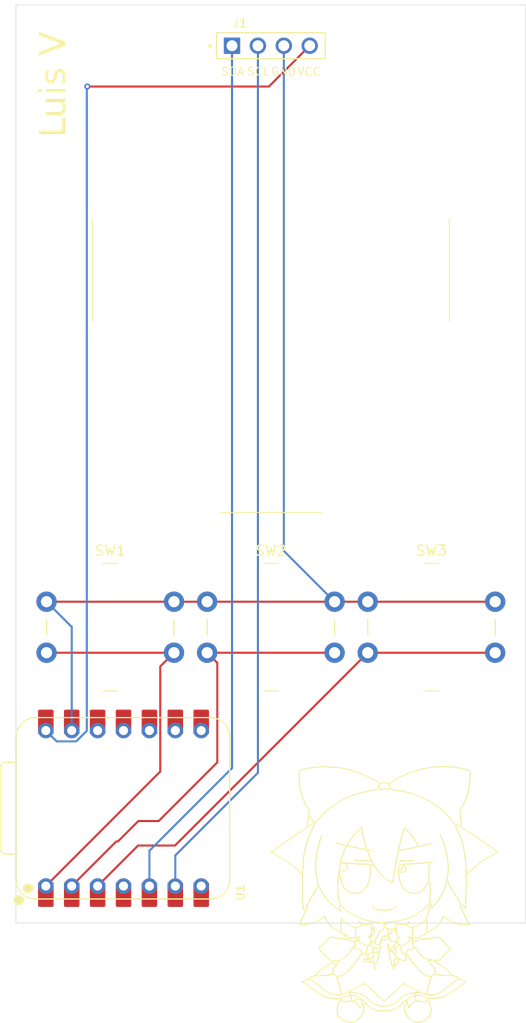
<source format=kicad_pcb>
(kicad_pcb (version 20241229) (generator "pcbnew") (generator_version "9.0")
  (layers (0 "F.Cu" signal) (2 "B.Cu" signal) (13 "F.Paste" user) (15 "B.Paste" user) (5 "F.SilkS" user "F.Silkscreen") (7 "B.SilkS" user "B.Silkscreen") (1 "F.Mask" user) (3 "B.Mask" user) (25 "Edge.Cuts" user))
  (net 0 "")
  (net 1 "Net-(J1-SDA)")
  (net 2 "+5V")
  (net 3 "Net-(J1-SCL)")
  (net 4 "GND")
  (net 5 "Net-(U1-GPIO2{slash}A0{slash}D0)")
  (net 6 "Net-(U1-GPIO3{slash}A1{slash}D1)")
  (net 7 "Net-(U1-GPIO4{slash}A2{slash}D2)")
  (footprint "OPL Lib:XIAO-ESP32C3-DIP" (layer "F.Cu") (at 135.55 136.63 90)
    (property "Reference" "U1")
    (property "Value" "XIAO-ESP32-C3-DIP")
  )
  (footprint "Button:button_12mm" (layer "F.Cu") (at 165.75 119)
    (property "Reference" "SW3")
    (property "Value" "SW_Push")
  )
  (footprint "Headers:OLED 128x128" (layer "F.Cu") (at 150 62)
    (property "Reference" "J1")
    (property "Value" "PPTC041LFBN-RC")
  )
  (footprint "Button:button_12mm" (layer "F.Cu") (at 150 119)
    (property "Reference" "SW2")
    (property "Value" "SW_Push")
  )
  (footprint "Button:button_12mm" (layer "F.Cu") (at 134.25 119)
    (property "Reference" "SW1")
    (property "Value" "SW_Push")
  )
  (gr_curve (pts (xy 158.915955 150.878527) (xy 158.959346 151.033046) (xy 159.16678 151.090194) (xy 159.302246 151.003942)) (stroke (width 0.105833)) (layer "F.SilkS"))
  (gr_curve (pts (xy 162.69791 142.973308) (xy 162.657692 142.949495) (xy 162.626471 142.911925) (xy 162.574614 142.914042)) (stroke (width 0.105833)) (layer "F.SilkS"))
  (gr_curve (pts (xy 164.833092 155.156847) (xy 164.972263 155.209233) (xy 165.090796 155.305013) (xy 165.238434 155.345757)) (stroke (width 0.105833)) (layer "F.SilkS"))
  (gr_line (start 165.239494 154.973754) (end 165.343741 155.028261) (stroke (width 0.105833)) (layer "F.SilkS"))
  (gr_line (start 161.822138 150.716076) (end 161.841716 150.468953) (stroke (width 0.105833)) (layer "F.SilkS"))
  (gr_line (start 164.46691 140.4894) (end 164.487021 140.511098) (stroke (width 0.105833)) (layer "F.SilkS"))
  (gr_line (start 165.483971 146.764789) (end 165.300881 147.436829) (stroke (width 0.105833)) (layer "F.SilkS"))
  (gr_curve (pts (xy 161.985121 150.838314) (xy 161.904689 150.774285) (xy 161.809967 150.803386) (xy 161.720538 150.797567)) (stroke (width 0.105833)) (layer "F.SilkS"))
  (gr_curve (pts (xy 161.904161 149.821782) (xy 161.842778 149.81755) (xy 161.811028 149.801674) (xy 161.778749 149.74029)) (stroke (width 0.105833)) (layer "F.SilkS"))
  (gr_curve (pts (xy 152.932139 143.118303) (xy 152.968652 143.152698) (xy 153.00146 143.190798) (xy 153.054376 143.199265)) (stroke (width 0.105833)) (layer "F.SilkS"))
  (gr_curve (pts (xy 162.310559 151.347899) (xy 162.115297 151.555333) (xy 162.074022 151.809862) (xy 162.08672 152.081325)) (stroke (width 0.105833)) (layer "F.SilkS"))
  (gr_curve (pts (xy 166.643904 139.370214) (xy 166.770903 139.75333) (xy 166.940765 140.120043) (xy 167.056125 140.509508)) (stroke (width 0.105833)) (layer "F.SilkS"))
  (gr_line (start 161.294028 147.911492) (end 161.130516 148.475054) (stroke (width 0.105833)) (layer "F.SilkS"))
  (gr_curve (pts (xy 166.131142 151.710381) (xy 166.275604 151.586025) (xy 166.479862 151.716201) (xy 166.631204 151.538399)) (stroke (width 0.105833)) (layer "F.SilkS"))
  (gr_curve (pts (xy 166.662953 152.143767) (xy 166.877794 152.303048) (xy 167.112744 152.43322) (xy 167.317001 152.608904)) (stroke (width 0.105833)) (layer "F.SilkS"))
  (gr_line (start 163.042926 142.262638) (end 162.69791 142.973308) (stroke (width 0.105833)) (layer "F.SilkS"))
  (gr_line (start 156.879192 147.518322) (end 156.919938 147.660668) (stroke (width 0.105833)) (layer "F.SilkS"))
  (gr_curve (pts (xy 159.971114 151.408754) (xy 159.843054 151.459026) (xy 159.707588 151.479662) (xy 159.580588 151.543163)) (stroke (width 0.105833)) (layer "F.SilkS"))
  (gr_curve (pts (xy 163.042926 142.262638) (xy 163.060387 142.327196) (xy 163.094785 142.377468) (xy 163.142938 142.427208)) (stroke (width 0.105833)) (layer "F.SilkS"))
  (gr_curve (pts (xy 165.792474 146.502851) (xy 165.696166 146.601275) (xy 165.545883 146.62985) (xy 165.483971 146.764789)) (stroke (width 0.105833)) (layer "F.SilkS"))
  (gr_curve (pts (xy 161.942256 144.033759) (xy 162.260814 142.234063) (xy 162.480948 140.40738) (xy 163.123885 138.66113)) (stroke (width 0.105833)) (layer "F.SilkS"))
  (gr_curve (pts (xy 160.270094 149.612764) (xy 160.12087 149.862001) (xy 160.216647 150.095893) (xy 160.519861 150.145635)) (stroke (width 0.105833)) (layer "F.SilkS"))
  (gr_curve (pts (xy 156.694512 157.195189) (xy 156.464324 156.877691) (xy 156.468558 156.525267) (xy 156.561162 156.177605)) (stroke (width 0.105833)) (layer "F.SilkS"))
  (gr_line (start 163.429216 142.218189) (end 162.920688 142.241472) (stroke (width 0.105833)) (layer "F.SilkS"))
  (gr_curve (pts (xy 158.689472 156.35858) (xy 158.564588 156.011977) (xy 158.367738 155.73734) (xy 157.977213 155.66643)) (stroke (width 0.105833)) (layer "F.SilkS"))
  (gr_curve (pts (xy 163.063564 151.044686) (xy 163.038164 151.047332) (xy 163.012235 151.075377) (xy 162.979956 151.085961)) (stroke (width 0.105833)) (layer "F.SilkS"))
  (gr_curve (pts (xy 165.403537 154.464696) (xy 165.349562 154.634557) (xy 165.329982 154.815532) (xy 165.239494 154.973754)) (stroke (width 0.105833)) (layer "F.SilkS"))
  (gr_line (start 165.830046 142.018163) (end 165.504077 142.099125) (stroke (width 0.105833)) (layer "F.SilkS"))
  (gr_curve (pts (xy 161.681911 134.582313) (xy 161.767105 134.766463) (xy 161.706252 134.898755) (xy 161.497232 134.882351)) (stroke (width 0.105833)) (layer "F.SilkS"))
  (gr_line (start 161.557555 150.532454) (end 161.512575 150.5351) (stroke (width 0.105833)) (layer "F.SilkS"))
  (gr_curve (pts (xy 157.448046 151.184389) (xy 157.242729 151.427803) (xy 156.946396 151.53152) (xy 156.676521 151.675454)) (stroke (width 0.105833)) (layer "F.SilkS"))
  (gr_curve (pts (xy 169.150038 143.015641) (xy 169.172792 143.729486) (xy 169.165912 144.441745) (xy 169.128342 145.155062)) (stroke (width 0.105833)) (layer "F.SilkS"))
  (gr_curve (pts (xy 157.445931 149.21483) (xy 157.567639 149.269333) (xy 157.695168 149.352941) (xy 157.753376 149.49423)) (stroke (width 0.105833)) (layer "F.SilkS"))
  (gr_curve (pts (xy 156.51301 153.262426) (xy 156.468559 153.448165) (xy 156.581801 153.604796) (xy 156.624664 153.76884)) (stroke (width 0.105833)) (layer "F.SilkS"))
  (gr_curve (pts (xy 153.087185 143.179155) (xy 153.075543 143.306684) (xy 153.117348 143.434742) (xy 153.11629 143.565976)) (stroke (width 0.105833)) (layer "F.SilkS"))
  (gr_curve (pts (xy 168.797084 136.557693) (xy 168.76163 136.629131) (xy 168.703423 136.693689) (xy 168.657384 136.76301)) (stroke (width 0.105833)) (layer "F.SilkS"))
  (gr_line (start 165.138426 155.788137) (end 165.383424 155.481755) (stroke (width 0.105833)) (layer "F.SilkS"))
  (gr_curve (pts (xy 155.717143 136.759835) (xy 155.189034 137.185814) (xy 154.784221 137.727152) (xy 154.316968 138.21028)) (stroke (width 0.105833)) (layer "F.SilkS"))
  (gr_line (start 163.328142 155.543666) (end 163.531346 156.317833) (stroke (width 0.105833)) (layer "F.SilkS"))
  (gr_curve (pts (xy 155.833029 151.948504) (xy 155.496479 152.218908) (xy 155.098546 152.412056) (xy 154.762525 152.691454)) (stroke (width 0.105833)) (layer "F.SilkS"))
  (gr_curve (pts (xy 158.971517 139.064884) (xy 159.063593 139.606223) (xy 159.212817 140.132215) (xy 159.384796 140.651854)) (stroke (width 0.105833)) (layer "F.SilkS"))
  (gr_curve (pts (xy 160.879694 155.45053) (xy 160.315602 155.012377) (xy 159.85999 154.456228) (xy 159.301718 154.013314)) (stroke (width 0.105833)) (layer "F.SilkS"))
  (gr_curve (pts (xy 162.554504 150.125525) (xy 162.367708 150.345128) (xy 162.09995 150.400692) (xy 161.841716 150.468953)) (stroke (width 0.105833)) (layer "F.SilkS"))
  (gr_curve (pts (xy 165.605151 145.725505) (xy 165.602506 145.766249) (xy 165.609914 145.804351) (xy 165.588747 145.849329)) (stroke (width 0.105833)) (layer "F.SilkS"))
  (gr_curve (pts (xy 156.164818 148.520563) (xy 156.23361 148.555489) (xy 156.292347 148.61211) (xy 156.370135 148.639626)) (stroke (width 0.105833)) (layer "F.SilkS"))
  (gr_curve (pts (xy 167.536609 150.432442) (xy 167.251387 150.140871) (xy 166.957701 149.857769) (xy 166.683592 149.555085)) (stroke (width 0.105833)) (layer "F.SilkS"))
  (gr_line (start 153.645455 138.514022) (end 153.870351 138.416655) (stroke (width 0.105833)) (layer "F.SilkS"))
  (gr_line (start 158.705345 155.385442) (end 157.977213 155.66643) (stroke (width 0.105833)) (layer "F.SilkS"))
  (gr_curve (pts (xy 156.624664 153.76884) (xy 156.732613 154.180004) (xy 156.85538 154.586931) (xy 156.940048 155.003914)) (stroke (width 0.105833)) (layer "F.SilkS"))
  (gr_line (start 158.669893 149.351355) (end 158.567234 149.677321) (stroke (width 0.105833)) (layer "F.SilkS"))
  (gr_curve (pts (xy 154.654575 144.252304) (xy 154.837138 144.627485) (xy 155.003296 145.017479) (xy 155.252534 145.358263)) (stroke (width 0.105833)) (layer "F.SilkS"))
  (gr_curve (pts (xy 166.006789 148.545432) (xy 166.37403 148.35705) (xy 166.604218 147.99457) (xy 166.784663 147.619921)) (stroke (width 0.105833)) (layer "F.SilkS"))
  (gr_curve (pts (xy 169.206661 148.173429) (xy 169.300852 148.170783) (xy 169.396631 148.058599) (xy 169.491353 148.170253)) (stroke (width 0.105833)) (layer "F.SilkS"))
  (gr_line (start 162.025867 152.407293) (end 162.061321 152.383477) (stroke (width 0.105833)) (layer "F.SilkS"))
  (gr_line (start 156.858555 142.099656) (end 157.407829 142.161039) (stroke (width 0.105833)) (layer "F.SilkS"))
  (gr_curve (pts (xy 156.919938 147.660668) (xy 156.833683 147.89403) (xy 156.865962 148.140093) (xy 156.891364 148.372397)) (stroke (width 0.105833)) (layer "F.SilkS"))
  (gr_curve (pts (xy 164.446275 135.542221) (xy 164.787058 135.679276) (xy 165.119905 135.834322) (xy 165.444812 136.007359)) (stroke (width 0.105833)) (layer "F.SilkS"))
  (gr_line (start 159.971114 151.408754) (end 160.051544 151.245241) (stroke (width 0.105833)) (layer "F.SilkS"))
  (gr_curve (pts (xy 155.292222 147.2331) (xy 155.282697 147.461701) (xy 155.411284 147.655904) (xy 155.527171 147.815712)) (stroke (width 0.105833)) (layer "F.SilkS"))
  (gr_curve (pts (xy 163.61178 135.242714) (xy 163.902821 135.282401) (xy 164.171637 135.432155) (xy 164.446275 135.542221)) (stroke (width 0.105833)) (layer "F.SilkS"))
  (gr_curve (pts (xy 162.189911 149.803261) (xy 162.093602 149.830249) (xy 162.000998 149.828661) (xy 161.904161 149.821782)) (stroke (width 0.105833)) (layer "F.SilkS"))
  (gr_curve (pts (xy 160.642627 150.543038) (xy 160.457417 150.481124) (xy 160.273267 150.421331) (xy 160.072714 150.428209)) (stroke (width 0.105833)) (layer "F.SilkS"))
  (gr_line (start 168.148854 138.412423) (end 168.168964 138.392842) (stroke (width 0.105833)) (layer "F.SilkS"))
  (gr_curve (pts (xy 166.683592 149.555085) (xy 166.532253 149.388398) (xy 166.348631 149.371463) (xy 166.133788 149.407447)) (stroke (width 0.105833)) (layer "F.SilkS"))
  (gr_line (start 158.221688 149.779451) (end 158.228038 150.1922) (stroke (width 0.105833)) (layer "F.SilkS"))
  (gr_line (start 160.642624 150.145633) (end 160.886571 149.616468) (stroke (width 0.105833)) (layer "F.SilkS"))
  (gr_curve (pts (xy 163.653055 150.552034) (xy 163.493775 150.558382) (xy 163.367833 150.634584) (xy 163.334497 150.779046)) (stroke (width 0.105833)) (layer "F.SilkS"))
  (gr_line (start 163.551454 147.844289) (end 163.531345 147.946418) (stroke (width 0.105833)) (layer "F.SilkS"))
  (gr_curve (pts (xy 162.208959 148.454947) (xy 162.171388 148.444893) (xy 162.133287 148.457592) (xy 162.108417 148.476644)) (stroke (width 0.105833)) (layer "F.SilkS"))
  (gr_line (start 172.136127 141.040795) (end 172.258362 141.040262) (stroke (width 0.105833)) (layer "F.SilkS"))
  (gr_curve (pts (xy 156.616194 145.439756) (xy 156.548461 144.802639) (xy 156.563278 144.163935) (xy 156.595028 143.525231)) (stroke (width 0.105833)) (layer "F.SilkS"))
  (gr_line (start 156.756955 142.73201) (end 156.733141 142.689676) (stroke (width 0.105833)) (layer "F.SilkS"))
  (gr_curve (pts (xy 156.807224 155.523555) (xy 156.824687 155.471169) (xy 156.850087 155.426186) (xy 156.8993 155.401845)) (stroke (width 0.105833)) (layer "F.SilkS"))
  (gr_line (start 164.059984 150.37) (end 163.947801 150.129758) (stroke (width 0.105833)) (layer "F.SilkS"))
  (gr_line (start 157.733267 149.534975) (end 157.743851 149.524393) (stroke (width 0.105833)) (layer "F.SilkS"))
  (gr_curve (pts (xy 156.3278 153.101033) (xy 156.23308 152.995202) (xy 156.134655 152.983031) (xy 155.980138 153.028539)) (stroke (width 0.105833)) (layer "F.SilkS"))
  (gr_curve (pts (xy 165.707808 153.262426) (xy 165.78242 153.400539) (xy 165.668649 153.512722) (xy 165.6369 153.626494)) (stroke (width 0.105833)) (layer "F.SilkS"))
  (gr_curve (pts (xy 156.891364 148.372397) (xy 156.908826 148.533265) (xy 156.915176 148.692014) (xy 156.919938 148.852352)) (stroke (width 0.105833)) (layer "F.SilkS"))
  (gr_curve (pts (xy 162.923332 155.788671) (xy 162.940793 155.747924) (xy 162.983128 155.708236) (xy 163.023872 155.687603)) (stroke (width 0.105833)) (layer "F.SilkS"))
  (gr_curve (pts (xy 158.282542 141.857827) (xy 158.778371 141.845655) (xy 159.271025 141.931382) (xy 159.767384 141.916562)) (stroke (width 0.105833)) (layer "F.SilkS"))
  (gr_curve (pts (xy 168.759512 146.235093) (xy 168.899741 146.325051) (xy 169.042616 146.413422) (xy 169.105588 146.581168)) (stroke (width 0.105833)) (layer "F.SilkS"))
  (gr_curve (pts (xy 161.883519 144.033229) (xy 161.895162 144.037992) (xy 161.910507 144.033759) (xy 161.942256 144.033759)) (stroke (width 0.105833)) (layer "F.SilkS"))
  (gr_curve (pts (xy 158.383613 145.085743) (xy 157.893076 145.126488) (xy 157.413122 144.941809) (xy 157.1406 144.463971)) (stroke (width 0.105833)) (layer "F.SilkS"))
  (gr_curve (pts (xy 157.733267 149.534975) (xy 157.669768 149.595301) (xy 157.606268 149.609587) (xy 157.508901 149.602178)) (stroke (width 0.105833)) (layer "F.SilkS"))
  (gr_curve (pts (xy 162.108417 148.476644) (xy 161.860767 148.670319) (xy 161.608884 148.601526) (xy 161.354355 148.495693)) (stroke (width 0.105833)) (layer "F.SilkS"))
  (gr_curve (pts (xy 163.836145 148.495693) (xy 163.958913 148.720058) (xy 163.910759 148.953421) (xy 163.881125 149.188901)) (stroke (width 0.105833)) (layer "F.SilkS"))
  (gr_curve (pts (xy 158.669364 147.844289) (xy 158.740271 148.050135) (xy 158.855631 148.136388) (xy 159.055655 148.151204)) (stroke (width 0.105833)) (layer "F.SilkS"))
  (gr_curve (pts (xy 160.698186 143.122004) (xy 161.010924 143.481308) (xy 161.364937 143.77182) (xy 161.780861 143.994599)) (stroke (width 0.105833)) (layer "F.SilkS"))
  (gr_curve (pts (xy 165.444812 136.007359) (xy 165.49032 136.031701) (xy 165.554878 136.105784) (xy 165.586629 135.988309)) (stroke (width 0.105833)) (layer "F.SilkS"))
  (gr_curve (pts (xy 160.561134 134.807209) (xy 160.602939 134.716192) (xy 160.555315 134.61036) (xy 160.602939 134.522518)) (stroke (width 0.105833)) (layer "F.SilkS"))
  (gr_curve (pts (xy 168.168964 138.392842) (xy 168.600235 138.38173) (xy 168.837831 138.741562) (xy 169.160622 138.930475)) (stroke (width 0.105833)) (layer "F.SilkS"))
  (gr_line (start 162.108417 148.476644) (end 161.842777 148.638569) (stroke (width 0.105833)) (layer "F.SilkS"))
  (gr_line (start 157.468684 140.388329) (end 157.40783 140.429605) (stroke (width 0.105833)) (layer "F.SilkS"))
  (gr_curve (pts (xy 158.527546 149.657744) (xy 158.603217 149.647689) (xy 158.615917 149.58313) (xy 158.625443 149.533919)) (stroke (width 0.105833)) (layer "F.SilkS"))
  (gr_curve (pts (xy 168.108638 138.351038) (xy 168.125043 138.367971) (xy 168.136154 138.393901) (xy 168.168964 138.392842)) (stroke (width 0.105833)) (layer "F.SilkS"))
  (gr_curve (pts (xy 155.819801 154.893847) (xy 155.454147 154.76632) (xy 155.185861 154.504912) (xy 154.90646 154.258849)) (stroke (width 0.105833)) (layer "F.SilkS"))
  (gr_curve (pts (xy 154.316968 138.21028) (xy 154.227538 138.302356) (xy 154.244473 138.442586) (xy 154.18256 138.560059)) (stroke (width 0.105833)) (layer "F.SilkS"))
  (gr_line (start 156.777063 146.214454) (end 156.967561 146.369501) (stroke (width 0.105833)) (layer "F.SilkS"))
  (gr_curve (pts (xy 157.40836 142.773285) (xy 157.288768 142.892348) (xy 157.16018 142.945794) (xy 157.000901 142.854247)) (stroke (width 0.105833)) (layer "F.SilkS"))
  (gr_curve (pts (xy 160.724117 134.338897) (xy 160.227228 133.99441) (xy 159.691184 133.722947) (xy 159.138205 133.481648)) (stroke (width 0.105833)) (layer "F.SilkS"))
  (gr_line (start 159.971114 148.373455) (end 159.810776 149.29103) (stroke (width 0.105833)) (layer "F.SilkS"))
  (gr_curve (pts (xy 159.07206 153.987386) (xy 158.654547 154.184764) (xy 158.242856 154.3959) (xy 157.842277 154.619741)) (stroke (width 0.105833)) (layer "F.SilkS"))
  (gr_curve (pts (xy 161.354355 148.495693) (xy 161.282388 148.465529) (xy 161.205658 148.476644) (xy 161.130516 148.475054)) (stroke (width 0.105833)) (layer "F.SilkS"))
  (gr_curve (pts (xy 167.362512 141.976888) (xy 167.392676 142.222951) (xy 167.390558 142.466367) (xy 167.395322 142.710842)) (stroke (width 0.105833)) (layer "F.SilkS"))
  (gr_line (start 160.642627 150.543038) (end 160.700836 150.510759) (stroke (width 0.105833)) (layer "F.SilkS"))
  (gr_curve (pts (xy 152.161672 142.381702) (xy 152.440543 142.606069) (xy 152.674434 142.873827) (xy 152.932139 143.118303)) (stroke (width 0.105833)) (layer "F.SilkS"))
  (gr_curve (pts (xy 162.365064 149.046555) (xy 162.383055 149.189959) (xy 162.403163 149.326485) (xy 162.473013 149.452954)) (stroke (width 0.105833)) (layer "F.SilkS"))
  (gr_curve (pts (xy 162.207901 148.679311) (xy 162.208431 148.713179) (xy 162.225362 148.752337) (xy 162.188852 148.781441)) (stroke (width 0.105833)) (layer "F.SilkS"))
  (gr_line (start 159.747276 142.303385) (end 159.971114 142.303385) (stroke (width 0.105833)) (layer "F.SilkS"))
  (gr_line (start 153.663448 153.504787) (end 154.437087 153.099974) (stroke (width 0.105833)) (layer "F.SilkS"))
  (gr_curve (pts (xy 156.655355 155.397081) (xy 156.729968 155.392318) (xy 156.782355 155.408196) (xy 156.838976 155.442589)) (stroke (width 0.105833)) (layer "F.SilkS"))
  (gr_curve (pts (xy 165.320458 153.182521) (xy 165.586098 153.288884) (xy 165.995145 153.181462) (xy 166.086691 152.933284)) (stroke (width 0.105833)) (layer "F.SilkS"))
  (gr_curve (pts (xy 161.29297 155.543663) (xy 161.246404 155.59023) (xy 161.190842 155.621978) (xy 161.130516 155.64579)) (stroke (width 0.105833)) (layer "F.SilkS"))
  (gr_curve (pts (xy 152.932138 148.150147) (xy 152.88028 148.148558) (xy 152.828951 148.152263) (xy 152.794026 148.080826)) (stroke (width 0.105833)) (layer "F.SilkS"))
  (gr_curve (pts (xy 161.11041 155.74739) (xy 161.132106 155.574883) (xy 160.965947 155.517205) (xy 160.879694 155.45053)) (stroke (width 0.105833)) (layer "F.SilkS"))
  (gr_curve (pts (xy 162.737595 141.914447) (xy 162.684149 141.916564) (xy 162.624883 141.938788) (xy 162.57514 141.895926)) (stroke (width 0.105833)) (layer "F.SilkS"))
  (gr_curve (pts (xy 161.314139 134.276455) (xy 161.477651 134.332018) (xy 161.606238 134.417743) (xy 161.681911 134.582313)) (stroke (width 0.105833)) (layer "F.SilkS"))
  (gr_line (start 160.275916 151.978667) (end 160.215059 152.019942) (stroke (width 0.105833)) (layer "F.SilkS"))
  (gr_curve (pts (xy 160.052605 134.950085) (xy 159.246684 135.130001) (xy 158.439704 135.300393) (xy 157.670825 135.618422)) (stroke (width 0.105833)) (layer "F.SilkS"))
  (gr_curve (pts (xy 160.052605 150.451491) (xy 160.006567 150.596483) (xy 159.990163 150.731951) (xy 160.066892 150.882235)) (stroke (width 0.105833)) (layer "F.SilkS"))
  (gr_curve (pts (xy 154.659868 154.874794) (xy 155.264176 155.2976) (xy 155.93463 155.441005) (xy 156.655355 155.397081)) (stroke (width 0.105833)) (layer "F.SilkS"))
  (gr_line (start 162.57514 141.895926) (end 162.737595 141.914447) (stroke (width 0.105833)) (layer "F.SilkS"))
  (gr_curve (pts (xy 165.708862 156.459655) (xy 165.7676 156.926378) (xy 165.43687 157.421148) (xy 165.034705 157.575136)) (stroke (width 0.105833)) (layer "F.SilkS"))
  (gr_curve (pts (xy 157.691992 132.978939) (xy 157.236379 132.874164) (xy 156.785 132.746635) (xy 156.310338 132.722823)) (stroke (width 0.105833)) (layer "F.SilkS"))
  (gr_line (start 160.052603 151.918343) (end 159.911318 151.892943) (stroke (width 0.105833)) (layer "F.SilkS"))
  (gr_curve (pts (xy 153.70578 137.455159) (xy 153.665564 137.75996) (xy 153.626405 138.06476) (xy 153.604709 138.371676)) (stroke (width 0.105833)) (layer "F.SilkS"))
  (gr_curve (pts (xy 152.794026 148.080826) (xy 153.005692 147.683951) (xy 153.219475 147.257973) (xy 153.42003 146.825643)) (stroke (width 0.105833)) (layer "F.SilkS"))
  (gr_curve (pts (xy 164.062628 154.459926) (xy 164.211325 154.550942) (xy 164.39865 154.57264) (xy 164.53147 154.704931)) (stroke (width 0.105833)) (layer "F.SilkS"))
  (gr_line (start 163.002181 153.792122) (end 163.022817 153.934465) (stroke (width 0.105833)) (layer "F.SilkS"))
  (gr_line (start 150.289481 140.83918) (end 150.167772 141.097944) (stroke (width 0.105833)) (layer "F.SilkS"))
  (gr_curve (pts (xy 163.875833 149.440253) (xy 163.799103 149.437609) (xy 163.755713 149.550319) (xy 163.733487 149.636046)) (stroke (width 0.105833)) (layer "F.SilkS"))
  (gr_curve (pts (xy 164.710329 149.61435) (xy 164.625661 149.625992) (xy 164.545229 149.585775) (xy 164.488608 149.5318)) (stroke (width 0.105833)) (layer "F.SilkS"))
  (gr_line (start 159.482692 150.227126) (end 159.507564 150.290094) (stroke (width 0.105833)) (layer "F.SilkS"))
  (gr_line (start 156.10555 152.957625) (end 156.51301 153.262426) (stroke (width 0.105833)) (layer "F.SilkS"))
  (gr_curve (pts (xy 162.788928 150.510228) (xy 162.725957 150.227124) (xy 162.533869 150.048265) (xy 162.371944 149.840303)) (stroke (width 0.105833)) (layer "F.SilkS"))
  (gr_line (start 158.689472 156.35858) (end 159.346695 155.904555) (stroke (width 0.105833)) (layer "F.SilkS"))
  (gr_curve (pts (xy 165.385544 143.954912) (xy 165.55329 143.613071) (xy 165.494553 143.248475) (xy 165.518894 142.893404)) (stroke (width 0.105833)) (layer "F.SilkS"))
  (gr_line (start 153.155448 146.621912) (end 153.42003 146.825643) (stroke (width 0.105833)) (layer "F.SilkS"))
  (gr_curve (pts (xy 169.650099 142.786513) (xy 169.488175 142.920392) (xy 169.389749 143.11195) (xy 169.206658 143.21937)) (stroke (width 0.105833)) (layer "F.SilkS"))
  (gr_curve (pts (xy 164.753192 149.273037) (xy 165.189755 149.062958) (xy 165.574988 148.767153) (xy 166.006789 148.545432)) (stroke (width 0.105833)) (layer "F.SilkS"))
  (gr_line (start 158.160835 150.37) (end 158.228038 150.1922) (stroke (width 0.105833)) (layer "F.SilkS"))
  (gr_curve (pts (xy 159.544075 149.249755) (xy 159.721347 149.39845) (xy 159.740926 149.626522) (xy 159.828767 149.820197)) (stroke (width 0.105833)) (layer "F.SilkS"))
  (gr_curve (pts (xy 159.384796 140.651854) (xy 159.40173 140.703183) (xy 159.390616 140.748691) (xy 159.40173 140.795787)) (stroke (width 0.105833)) (layer "F.SilkS"))
  (gr_curve (pts (xy 165.138426 155.788137) (xy 164.853734 155.64738) (xy 164.554225 155.610869) (xy 164.243605 155.66643)) (stroke (width 0.105833)) (layer "F.SilkS"))
  (gr_curve (pts (xy 159.850993 148.087705) (xy 159.928252 148.240635) (xy 159.931426 148.387214) (xy 159.897031 148.558663)) (stroke (width 0.105833)) (layer "F.SilkS"))
  (gr_curve (pts (xy 159.911318 151.892943) (xy 160.007626 151.917287) (xy 160.091234 151.942684) (xy 160.154205 152.019945)) (stroke (width 0.105833)) (layer "F.SilkS"))
  (gr_line (start 152.973414 153.751375) (end 153.155977 153.792122) (stroke (width 0.105833)) (layer "F.SilkS"))
  (gr_curve (pts (xy 163.023872 155.687603) (xy 163.386881 155.504509) (xy 163.671045 155.185424) (xy 164.099667 155.107634)) (stroke (width 0.105833)) (layer "F.SilkS"))
  (gr_curve (pts (xy 162.453433 135.003001) (xy 162.854541 135.019405) (xy 163.219138 135.189267) (xy 163.61178 135.242714)) (stroke (width 0.105833)) (layer "F.SilkS"))
  (gr_curve (pts (xy 154.82338 150.348833) (xy 154.72866 150.442495) (xy 154.696381 150.526104) (xy 154.802744 150.635643)) (stroke (width 0.105833)) (layer "F.SilkS"))
  (gr_curve (pts (xy 158.221688 149.779451) (xy 158.357684 149.915447) (xy 158.361917 150.026572) (xy 158.228038 150.1922)) (stroke (width 0.105833)) (layer "F.SilkS"))
  (gr_curve (pts (xy 163.002181 153.792122) (xy 163.011177 153.874672) (xy 162.987894 153.936583) (xy 162.922275 153.997438)) (stroke (width 0.105833)) (layer "F.SilkS"))
  (gr_line (start 165.219388 148.780912) (end 165.295058 148.536438) (stroke (width 0.105833)) (layer "F.SilkS"))
  (gr_curve (pts (xy 162.554504 151.653228) (xy 162.443909 151.932631) (xy 162.211603 152.13001) (xy 162.061321 152.383477)) (stroke (width 0.105833)) (layer "F.SilkS"))
  (gr_curve (pts (xy 157.936467 154.830877) (xy 158.558767 154.834581) (xy 159.104338 154.994918) (xy 159.549368 155.476992)) (stroke (width 0.105833)) (layer "F.SilkS"))
  (gr_curve (pts (xy 159.828767 147.864397) (xy 159.78273 147.943772) (xy 159.816597 148.019973) (xy 159.850993 148.087705)) (stroke (width 0.105833)) (layer "F.SilkS"))
  (gr_curve (pts (xy 172.258362 141.040262) (xy 172.178458 141.062488) (xy 172.103317 141.085242) (xy 172.03241 141.139217)) (stroke (width 0.105833)) (layer "F.SilkS"))
  (gr_curve (pts (xy 154.112708 153.222738) (xy 153.97248 153.266661) (xy 153.821138 153.298409) (xy 153.766634 153.466155)) (stroke (width 0.105833)) (layer "F.SilkS"))
  (gr_curve (pts (xy 162.592075 143.546924) (xy 162.699495 144.006241) (xy 162.815912 144.461325) (xy 163.186858 144.786762)) (stroke (width 0.105833)) (layer "F.SilkS"))
  (gr_curve (pts (xy 160.909326 148.665554) (xy 160.747402 148.729583) (xy 160.599764 148.819013) (xy 160.572247 149.044968)) (stroke (width 0.105833)) (layer "F.SilkS"))
  (gr_curve (pts (xy 164.426167 140.469822) (xy 164.252072 140.603701) (xy 164.031938 140.598938) (xy 163.83403 140.644446)) (stroke (width 0.105833)) (layer "F.SilkS"))
  (gr_line (start 159.911318 151.892943) (end 159.580588 151.543163) (stroke (width 0.105833)) (layer "F.SilkS"))
  (gr_curve (pts (xy 157.743851 149.524393) (xy 157.830634 149.60853) (xy 157.818463 149.736058) (xy 157.899426 149.822843)) (stroke (width 0.105833)) (layer "F.SilkS"))
  (gr_line (start 159.096401 151.693975) (end 159.094814 151.652172) (stroke (width 0.105833)) (layer "F.SilkS"))
  (gr_curve (pts (xy 162.736539 133.663681) (xy 163.247714 133.405977) (xy 163.786936 133.220239) (xy 164.326685 133.041381)) (stroke (width 0.105833)) (layer "F.SilkS"))
  (gr_curve (pts (xy 164.589151 142.140401) (xy 164.203388 142.178501) (xy 163.816039 142.193847) (xy 163.429216 142.218189)) (stroke (width 0.105833)) (layer "F.SilkS"))
  (gr_curve (pts (xy 156.472263 140.103638) (xy 156.459034 140.184601) (xy 156.507189 140.193598) (xy 156.573335 140.207885)) (stroke (width 0.105833)) (layer "F.SilkS"))
  (gr_curve (pts (xy 159.066237 156.088704) (xy 159.1599 156.285027) (xy 159.14032 156.479229) (xy 159.085288 156.640096)) (stroke (width 0.105833)) (layer "F.SilkS"))
  (gr_curve (pts (xy 155.71926 149.473592) (xy 155.432451 149.777861) (xy 155.120772 150.055675) (xy 154.82338 150.348833)) (stroke (width 0.105833)) (layer "F.SilkS"))
  (gr_curve (pts (xy 162.269814 148.495693) (xy 162.376177 148.665554) (xy 162.34178 148.862934) (xy 162.365064 149.046555)) (stroke (width 0.105833)) (layer "F.SilkS"))
  (gr_curve (pts (xy 157.185052 154.93565) (xy 156.719385 155.143615) (xy 156.272769 155.05154) (xy 155.819801 154.893847)) (stroke (width 0.105833)) (layer "F.SilkS"))
  (gr_curve (pts (xy 167.299013 143.607781) (xy 167.116979 144.837563) (xy 166.399959 145.881079) (xy 165.792474 146.502851)) (stroke (width 0.105833)) (layer "F.SilkS"))
  (gr_curve (pts (xy 158.669893 138.841047) (xy 158.25873 139.21993) (xy 157.902071 139.64538) (xy 157.614205 140.125333)) (stroke (width 0.105833)) (layer "F.SilkS"))
  (gr_curve (pts (xy 167.355634 143.91258) (xy 167.645618 144.692043) (xy 168.225583 145.306405) (xy 168.573775 146.052529)) (stroke (width 0.105833)) (layer "F.SilkS"))
  (gr_line (start 163.28687 151.001296) (end 163.226016 151.714614) (stroke (width 0.105833)) (layer "F.SilkS"))
  (gr_curve (pts (xy 158.403721 157.559258) (xy 158.094688 157.776744) (xy 157.772425 157.81802) (xy 157.404654 157.67091)) (stroke (width 0.105833)) (layer "F.SilkS"))
  (gr_line (start 161.11041 147.966526) (end 161.294028 147.911492) (stroke (width 0.105833)) (layer "F.SilkS"))
  (gr_curve (pts (xy 170.703671 139.931659) (xy 171.121185 140.230111) (xy 171.5551 140.50898) (xy 171.955679 140.833361)) (stroke (width 0.105833)) (layer "F.SilkS"))
  (gr_curve (pts (xy 165.931113 155.38438) (xy 165.7422 155.380147) (xy 165.546938 155.340987) (xy 165.36173 155.421422)) (stroke (width 0.105833)) (layer "F.SilkS"))
  (gr_curve (pts (xy 163.251413 155.849526) (xy 163.259349 155.747399) (xy 163.339784 155.655852) (xy 163.328142 155.543666)) (stroke (width 0.105833)) (layer "F.SilkS"))
  (gr_curve (pts (xy 166.968814 147.32835) (xy 167.233928 147.501386) (xy 167.451944 147.733161) (xy 167.740868 147.86704)) (stroke (width 0.105833)) (layer "F.SilkS"))
  (gr_curve (pts (xy 158.705345 155.385442) (xy 158.835521 155.506621) (xy 159.02655 155.490218) (xy 159.144025 155.639971)) (stroke (width 0.105833)) (layer "F.SilkS"))
  (gr_line (start 156.919938 148.852352) (end 157.508901 149.602178) (stroke (width 0.105833)) (layer "F.SilkS"))
  (gr_curve (pts (xy 158.872563 138.738388) (xy 158.973105 138.82623) (xy 158.952467 138.954287) (xy 158.971517 139.064884)) (stroke (width 0.105833)) (layer "F.SilkS"))
  (gr_curve (pts (xy 165.383424 155.481755) (xy 165.498254 155.805605) (xy 165.664942 156.111464) (xy 165.708862 156.459655)) (stroke (width 0.105833)) (layer "F.SilkS"))
  (gr_line (start 163.469963 149.31061) (end 163.733487 149.636046) (stroke (width 0.105833)) (layer "F.SilkS"))
  (gr_curve (pts (xy 156.879192 147.518322) (xy 157.111497 147.814655) (xy 157.396188 148.044843) (xy 157.733267 148.21153)) (stroke (width 0.105833)) (layer "F.SilkS"))
  (gr_curve (pts (xy 167.601694 152.935927) (xy 167.694827 153.125899) (xy 167.891678 153.15183) (xy 168.06789 153.199981)) (stroke (width 0.105833)) (layer "F.SilkS"))
  (gr_curve (pts (xy 161.109352 148.353347) (xy 161.105119 148.495163) (xy 161.068607 148.602584) (xy 160.909326 148.665554)) (stroke (width 0.105833)) (layer "F.SilkS"))
  (gr_curve (pts (xy 171.054508 141.726592) (xy 170.553917 142.039859) (xy 170.103066 142.412392) (xy 169.650099 142.786513)) (stroke (width 0.105833)) (layer "F.SilkS"))
  (gr_curve (pts (xy 157.000901 142.854247) (xy 156.922055 142.808741) (xy 156.847443 142.754235) (xy 156.756955 142.73201)) (stroke (width 0.105833)) (layer "F.SilkS"))
  (gr_curve (pts (xy 165.504608 146.112325) (xy 165.300351 146.225568) (xy 165.188165 146.432471) (xy 165.020949 146.585401)) (stroke (width 0.105833)) (layer "F.SilkS"))
  (gr_curve (pts (xy 159.214934 150.153571) (xy 159.305422 150.191141) (xy 159.399085 150.184792) (xy 159.482692 150.227126)) (stroke (width 0.105833)) (layer "F.SilkS"))
  (gr_curve (pts (xy 158.160835 150.37) (xy 158.247089 150.50335) (xy 158.395255 150.538805) (xy 158.527546 150.546212)) (stroke (width 0.105833)) (layer "F.SilkS"))
  (gr_line (start 162.371941 147.864397) (end 162.392052 148.068125) (stroke (width 0.105833)) (layer "F.SilkS"))
  (gr_line (start 165.443225 151.633123) (end 166.114737 151.734722) (stroke (width 0.105833)) (layer "F.SilkS"))
  (gr_curve (pts (xy 169.070133 141.772629) (xy 169.112996 142.186966) (xy 169.136809 142.599717) (xy 169.150038 143.015641)) (stroke (width 0.105833)) (layer "F.SilkS"))
  (gr_curve (pts (xy 169.128342 145.155062) (xy 169.109821 145.506957) (xy 169.124637 145.86097) (xy 169.125166 146.213924)) (stroke (width 0.105833)) (layer "F.SilkS"))
  (gr_line (start 165.483971 143.810981) (end 165.385544 143.954912) (stroke (width 0.105833)) (layer "F.SilkS"))
  (gr_curve (pts (xy 159.897031 148.558663) (xy 159.848877 148.798375) (xy 159.852051 149.047612) (xy 159.810776 149.29103)) (stroke (width 0.105833)) (layer "F.SilkS"))
  (gr_curve (pts (xy 165.588747 145.849329) (xy 165.485559 146.068934) (xy 165.59933 146.317113) (xy 165.505667 146.54095)) (stroke (width 0.105833)) (layer "F.SilkS"))
  (gr_curve (pts (xy 153.738059 136.99161) (xy 153.811085 137.121256) (xy 153.725889 137.299585) (xy 153.70578 137.455159)) (stroke (width 0.105833)) (layer "F.SilkS"))
  (gr_line (start 168.4944 153.445522) (end 167.68107 153.079332) (stroke (width 0.105833)) (layer "F.SilkS"))
  (gr_curve (pts (xy 161.512575 150.5351) (xy 161.610999 150.743593) (xy 161.587187 150.983306) (xy 161.640634 151.205025)) (stroke (width 0.105833)) (layer "F.SilkS"))
  (gr_curve (pts (xy 167.056125 140.509508) (xy 167.199529 140.991579) (xy 167.301129 141.477883) (xy 167.362512 141.976888)) (stroke (width 0.105833)) (layer "F.SilkS"))
  (gr_curve (pts (xy 156.561162 156.177605) (xy 156.620429 155.955352) (xy 156.7342 155.745275) (xy 156.807224 155.523555)) (stroke (width 0.105833)) (layer "F.SilkS"))
  (gr_curve (pts (xy 168.657384 136.76301) (xy 168.451009 137.07469) (xy 168.573776 137.396423) (xy 168.612404 137.721331)) (stroke (width 0.105833)) (layer "F.SilkS"))
  (gr_curve (pts (xy 165.343741 155.028261) (xy 165.556465 155.105523) (xy 165.790358 155.055779) (xy 166.012608 155.013973)) (stroke (width 0.105833)) (layer "F.SilkS"))
  (gr_curve (pts (xy 161.80203 134.868064) (xy 161.862883 134.933152) (xy 161.940671 134.951143) (xy 162.025867 134.949556)) (stroke (width 0.105833)) (layer "F.SilkS"))
  (gr_curve (pts (xy 162.635468 140.875692) (xy 162.60954 140.880983) (xy 162.574614 140.889978) (xy 162.554506 140.856643)) (stroke (width 0.105833)) (layer "F.SilkS"))
  (gr_curve (pts (xy 162.979956 151.085961) (xy 162.817502 150.927742) (xy 162.831261 150.702315) (xy 162.788928 150.510228)) (stroke (width 0.105833)) (layer "F.SilkS"))
  (gr_curve (pts (xy 159.138205 133.481648) (xy 158.668305 133.27686) (xy 158.189938 133.093768) (xy 157.691992 132.978939)) (stroke (width 0.105833)) (layer "F.SilkS"))
  (gr_curve (pts (xy 157.977213 155.66643) (xy 157.666592 155.610338) (xy 157.367084 155.647911) (xy 157.082391 155.788137)) (stroke (width 0.105833)) (layer "F.SilkS"))
  (gr_curve (pts (xy 153.184552 146.43882) (xy 153.197253 146.500203) (xy 153.137985 146.556295) (xy 153.155448 146.621912)) (stroke (width 0.105833)) (layer "F.SilkS"))
  (gr_curve (pts (xy 160.052605 150.899697) (xy 159.825591 150.886467) (xy 159.647263 150.949437) (xy 159.519205 151.161635)) (stroke (width 0.105833)) (layer "F.SilkS"))
  (gr_curve (pts (xy 166.642845 136.804284) (xy 167.048187 137.127076) (xy 167.404846 137.496963) (xy 167.702767 137.922944)) (stroke (width 0.105833)) (layer "F.SilkS"))
  (gr_curve (pts (xy 160.627811 150.838845) (xy 160.601354 151.137822) (xy 160.515628 151.422515) (xy 160.459537 151.714086)) (stroke (width 0.105833)) (layer "F.SilkS"))
  (gr_curve (pts (xy 153.42003 146.825643) (xy 153.483001 146.690177) (xy 153.543326 146.563176) (xy 153.50893 146.396489)) (stroke (width 0.105833)) (layer "F.SilkS"))
  (gr_curve (pts (xy 153.11629 143.565976) (xy 153.112056 144.088793) (xy 153.096181 144.612667) (xy 153.119994 145.134424)) (stroke (width 0.105833)) (layer "F.SilkS"))
  (gr_line (start 163.947801 150.129758) (end 163.876892 149.412209) (stroke (width 0.105833)) (layer "F.SilkS"))
  (gr_curve (pts (xy 153.518984 154.061995) (xy 153.903689 154.326049) (xy 154.276751 154.607036) (xy 154.659868 154.874794)) (stroke (width 0.105833)) (layer "F.SilkS"))
  (gr_curve (pts (xy 159.301718 154.013314) (xy 159.218639 153.947167) (xy 159.182127 153.935527) (xy 159.07206 153.987386)) (stroke (width 0.105833)) (layer "F.SilkS"))
  (gr_line (start 158.669364 147.844289) (end 158.852455 148.190364) (stroke (width 0.105833)) (layer "F.SilkS"))
  (gr_curve (pts (xy 168.495989 132.804314) (xy 168.780681 132.846647) (xy 169.053731 132.923377) (xy 169.328368 132.997989)) (stroke (width 0.105833)) (layer "F.SilkS"))
  (gr_curve (pts (xy 157.814758 155.071648) (xy 158.151308 155.077468) (xy 158.459812 155.156841) (xy 158.705345 155.385442)) (stroke (width 0.105833)) (layer "F.SilkS"))
  (gr_curve (pts (xy 159.848877 140.897918) (xy 159.725052 140.899504) (xy 159.612338 140.802668) (xy 159.482692 140.857172)) (stroke (width 0.105833)) (layer "F.SilkS"))
  (gr_curve (pts (xy 167.702767 137.922944) (xy 167.81601 138.084868) (xy 167.971582 138.21028) (xy 168.108638 138.351038)) (stroke (width 0.105833)) (layer "F.SilkS"))
  (gr_curve (pts (xy 166.114737 151.734722) (xy 166.222687 151.972316) (xy 166.479862 152.007772) (xy 166.662953 152.143767)) (stroke (width 0.105833)) (layer "F.SilkS"))
  (gr_curve (pts (xy 161.578192 134.338897) (xy 161.951784 134.092305) (xy 162.335959 133.865822) (xy 162.736539 133.663681)) (stroke (width 0.105833)) (layer "F.SilkS"))
  (gr_curve (pts (xy 161.640634 151.205025) (xy 161.739058 151.615129) (xy 161.80203 152.036873) (xy 162.025867 152.407293)) (stroke (width 0.105833)) (layer "F.SilkS"))
  (gr_curve (pts (xy 168.700246 146.580109) (xy 168.884396 147.026725) (xy 169.098178 147.460112) (xy 169.328366 147.885033)) (stroke (width 0.105833)) (layer "F.SilkS"))
  (gr_curve (pts (xy 165.290827 147.660668) (xy 165.392955 147.951709) (xy 165.301938 148.244867) (xy 165.295058 148.536438)) (stroke (width 0.105833)) (layer "F.SilkS"))
  (gr_curve (pts (xy 167.317001 152.608904) (xy 167.429186 152.705211) (xy 167.535019 152.799404) (xy 167.601694 152.935927)) (stroke (width 0.105833)) (layer "F.SilkS"))
  (gr_curve (pts (xy 158.527546 150.546212) (xy 158.756146 150.559441) (xy 158.858804 150.676387) (xy 158.915955 150.878527)) (stroke (width 0.105833)) (layer "F.SilkS"))
  (gr_curve (pts (xy 162.859833 148.151734) (xy 162.753999 148.144326) (xy 162.655576 148.104638) (xy 162.554504 148.092997)) (stroke (width 0.105833)) (layer "F.SilkS"))
  (gr_curve (pts (xy 154.431267 153.056578) (xy 154.386288 153.18358) (xy 154.230714 153.185695) (xy 154.112708 153.222738)) (stroke (width 0.105833)) (layer "F.SilkS"))
  (gr_curve (pts (xy 156.614609 151.693447) (xy 156.299225 151.614071) (xy 156.078034 151.751656) (xy 155.833029 151.948504)) (stroke (width 0.105833)) (layer "F.SilkS"))
  (gr_line (start 158.852455 155.523555) (end 158.705345 155.385442) (stroke (width 0.105833)) (layer "F.SilkS"))
  (gr_curve (pts (xy 169.328368 132.997989) (xy 169.44796 133.030268) (xy 169.529981 133.109114) (xy 169.535802 133.259398)) (stroke (width 0.105833)) (layer "F.SilkS"))
  (gr_curve (pts (xy 167.740868 147.86704) (xy 168.207594 148.08294) (xy 168.692839 148.187716) (xy 169.206661 148.173429)) (stroke (width 0.105833)) (layer "F.SilkS"))
  (gr_curve (pts (xy 157.614205 140.125333) (xy 157.563405 140.210529) (xy 157.486675 140.284084) (xy 157.468684 140.388329)) (stroke (width 0.105833)) (layer "F.SilkS"))
  (gr_curve (pts (xy 156.8993 155.401845) (xy 157.192458 155.26003) (xy 157.462862 155.065828) (xy 157.814758 155.071648)) (stroke (width 0.105833)) (layer "F.SilkS"))
  (gr_curve (pts (xy 155.251476 147.314592) (xy 154.940855 147.519909) (xy 154.683151 147.795075) (xy 154.318555 147.933188)) (stroke (width 0.105833)) (layer "F.SilkS"))
  (gr_curve (pts (xy 166.784663 147.619921) (xy 166.834406 147.516733) (xy 166.862981 147.401375) (xy 166.968814 147.32835)) (stroke (width 0.105833)) (layer "F.SilkS"))
  (gr_curve (pts (xy 150.167772 141.097944) (xy 150.834522 141.522335) (xy 151.541489 141.882697) (xy 152.161672 142.381702)) (stroke (width 0.105833)) (layer "F.SilkS"))
  (gr_curve (pts (xy 159.085288 156.640096) (xy 158.958817 157.009453) (xy 158.730217 157.329601) (xy 158.403721 157.559258)) (stroke (width 0.105833)) (layer "F.SilkS"))
  (gr_curve (pts (xy 168.06789 153.199981) (xy 168.238281 153.246547) (xy 168.39809 153.301052) (xy 168.516094 153.444985)) (stroke (width 0.105833)) (layer "F.SilkS"))
  (gr_curve (pts (xy 161.842777 148.638569) (xy 161.854418 148.768743) (xy 161.935381 148.902094) (xy 161.822667 149.025388)) (stroke (width 0.105833)) (layer "F.SilkS"))
  (gr_curve (pts (xy 162.714313 155.438894) (xy 162.975722 155.171135) (xy 163.269409 154.974813) (xy 163.633475 154.894381)) (stroke (width 0.105833)) (layer "F.SilkS"))
  (gr_curve (pts (xy 150.289481 140.83918) (xy 150.210635 140.891039) (xy 150.142902 140.96724) (xy 150.104802 141.060372)) (stroke (width 0.105833)) (layer "F.SilkS"))
  (gr_curve (pts (xy 154.318555 147.933188) (xy 153.866117 148.104638) (xy 153.408388 148.165493) (xy 152.932138 148.150147)) (stroke (width 0.105833)) (layer "F.SilkS"))
  (gr_curve (pts (xy 171.955679 140.833361) (xy 172.031351 140.894744) (xy 172.080563 140.96724) (xy 172.136127 141.040795)) (stroke (width 0.105833)) (layer "F.SilkS"))
  (gr_curve (pts (xy 153.886227 153.529656) (xy 153.825902 153.486263) (xy 153.748115 153.466683) (xy 153.663448 153.504787)) (stroke (width 0.105833)) (layer "F.SilkS"))
  (gr_curve (pts (xy 159.971114 148.373455) (xy 160.057369 148.394622) (xy 160.103935 148.472939) (xy 160.177489 148.507334)) (stroke (width 0.105833)) (layer "F.SilkS"))
  (gr_curve (pts (xy 169.160622 138.930475) (xy 169.68873 139.240038) (xy 170.206256 139.576059) (xy 170.703671 139.931659)) (stroke (width 0.105833)) (layer "F.SilkS"))
  (gr_curve (pts (xy 165.830046 132.729702) (xy 166.22851 132.682606) (xy 166.628029 132.660382) (xy 167.030196 132.665673)) (stroke (width 0.105833)) (layer "F.SilkS"))
  (gr_curve (pts (xy 165.483971 143.810981) (xy 165.649071 143.958619) (xy 165.581868 144.164463) (xy 165.59986 144.341205)) (stroke (width 0.105833)) (layer "F.SilkS"))
  (gr_curve (pts (xy 154.18256 138.560059) (xy 153.825901 139.237392) (xy 153.535919 139.950179) (xy 153.371877 140.696834)) (stroke (width 0.105833)) (layer "F.SilkS"))
  (gr_curve (pts (xy 158.933417 138.596042) (xy 158.902196 138.739446) (xy 158.757733 138.760083) (xy 158.669893 138.841047)) (stroke (width 0.105833)) (layer "F.SilkS"))
  (gr_curve (pts (xy 165.238434 155.345757) (xy 165.290292 155.360048) (xy 165.357497 155.409258) (xy 165.383424 155.481755)) (stroke (width 0.105833)) (layer "F.SilkS"))
  (gr_line (start 155.251476 147.314592) (end 155.292222 147.2331) (stroke (width 0.105833)) (layer "F.SilkS"))
  (gr_curve (pts (xy 154.762525 152.691454) (xy 154.634996 152.797286) (xy 154.493709 152.879308) (xy 154.431267 153.056578)) (stroke (width 0.105833)) (layer "F.SilkS"))
  (gr_curve (pts (xy 157.733267 148.21153) (xy 157.929059 148.308367) (xy 158.134376 148.384568) (xy 158.344984 148.429546)) (stroke (width 0.105833)) (layer "F.SilkS"))
  (gr_line (start 166.114737 152.977205) (end 165.707808 153.262426) (stroke (width 0.105833)) (layer "F.SilkS"))
  (gr_line (start 162.127467 148.740166) (end 162.108417 148.476644) (stroke (width 0.105833)) (layer "F.SilkS"))
  (gr_curve (pts (xy 165.66918 151.996657) (xy 165.574988 151.905642) (xy 165.433171 151.842141) (xy 165.440579 151.672808)) (stroke (width 0.105833)) (layer "F.SilkS"))
  (gr_curve (pts (xy 159.549368 155.476992) (xy 159.982225 155.94583) (xy 160.541556 156.17549) (xy 161.191371 156.155382)) (stroke (width 0.105833)) (layer "F.SilkS"))
  (gr_curve (pts (xy 158.343926 149.432846) (xy 158.146017 149.455072) (xy 157.931705 149.370932) (xy 157.743851 149.524393)) (stroke (width 0.105833)) (layer "F.SilkS"))
  (gr_curve (pts (xy 162.289389 156.356466) (xy 162.538098 156.211473) (xy 162.801094 156.079711) (xy 162.923332 155.788671)) (stroke (width 0.105833)) (layer "F.SilkS"))
  (gr_line (start 168.617166 138.515081) (end 168.168964 138.392842) (stroke (width 0.105833)) (layer "F.SilkS"))
  (gr_line (start 162.188321 150.98066) (end 161.985121 150.838314) (stroke (width 0.105833)) (layer "F.SilkS"))
  (gr_curve (pts (xy 160.215059 152.019942) (xy 160.11875 152.0083) (xy 160.149443 152.085027) (xy 160.15685 152.12101)) (stroke (width 0.105833)) (layer "F.SilkS"))
  (gr_curve (pts (xy 156.716738 153.208983) (xy 156.55693 153.23597) (xy 156.437338 153.223803) (xy 156.3278 153.101033)) (stroke (width 0.105833)) (layer "F.SilkS"))
  (gr_curve (pts (xy 163.086842 156.338475) (xy 163.073084 156.139507) (xy 163.237125 156.027855) (xy 163.251413 155.849526)) (stroke (width 0.105833)) (layer "F.SilkS"))
  (gr_curve (pts (xy 160.572247 149.044968) (xy 160.54632 149.258751) (xy 160.380161 149.429143) (xy 160.270094 149.612764)) (stroke (width 0.105833)) (layer "F.SilkS"))
  (gr_curve (pts (xy 159.094814 151.652172) (xy 159.051421 151.703499) (xy 158.984218 151.724138) (xy 158.913309 151.714614)) (stroke (width 0.105833)) (layer "F.SilkS"))
  (gr_curve (pts (xy 166.747092 153.110555) (xy 166.957172 153.150774) (xy 167.17995 153.137545) (xy 167.396379 153.161882)) (stroke (width 0.105833)) (layer "F.SilkS"))
  (gr_curve (pts (xy 164.141477 148.353875) (xy 163.769472 148.495691) (xy 163.594847 148.459708) (xy 163.368364 148.190363)) (stroke (width 0.105833)) (layer "F.SilkS"))
  (gr_curve (pts (xy 167.108511 154.440883) (xy 167.523908 154.040834) (xy 168.001216 153.733388) (xy 168.4944 153.445522)) (stroke (width 0.105833)) (layer "F.SilkS"))
  (gr_line (start 163.368364 148.190363) (end 163.531345 147.946418) (stroke (width 0.105833)) (layer "F.SilkS"))
  (gr_line (start 160.215059 152.488253) (end 160.154205 152.019945) (stroke (width 0.105833)) (layer "F.SilkS"))
  (gr_curve (pts (xy 154.581021 132.711181) (xy 154.036509 132.754043) (xy 153.497289 132.829715) (xy 152.973413 132.993756)) (stroke (width 0.105833)) (layer "F.SilkS"))
  (gr_line (start 160.134096 148.597821) (end 160.052077 148.577184) (stroke (width 0.105833)) (layer "F.SilkS"))
  (gr_curve (pts (xy 160.700836 150.510759) (xy 160.633634 150.614476) (xy 160.637335 150.731951) (xy 160.627811 150.838845)) (stroke (width 0.105833)) (layer "F.SilkS"))
  (gr_curve (pts (xy 165.3194 149.545559) (xy 165.119374 149.57678) (xy 164.913001 149.586304) (xy 164.710329 149.61435)) (stroke (width 0.105833)) (layer "F.SilkS"))
  (gr_line (start 157.814758 155.071648) (end 157.977213 155.66643) (stroke (width 0.105833)) (layer "F.SilkS"))
  (gr_curve (pts (xy 165.361734 151.591845) (xy 164.868022 151.394466) (xy 164.575394 150.982247) (xy 164.286467 150.571083)) (stroke (width 0.105833)) (layer "F.SilkS"))
  (gr_curve (pts (xy 153.663448 153.504787) (xy 153.484589 153.584691) (xy 153.296206 153.645015) (xy 153.155977 153.792122)) (stroke (width 0.105833)) (layer "F.SilkS"))
  (gr_curve (pts (xy 161.191371 156.155382) (xy 161.803618 156.136864) (xy 162.298917 155.864342) (xy 162.714313 155.438894)) (stroke (width 0.105833)) (layer "F.SilkS"))
  (gr_curve (pts (xy 153.50893 146.396489) (xy 153.479296 146.253614) (xy 153.628521 146.156247) (xy 153.684613 146.031365)) (stroke (width 0.105833)) (layer "F.SilkS"))
  (gr_curve (pts (xy 159.832469 147.827355) (xy 158.758261 147.602988) (xy 157.763427 147.196587) (xy 156.967561 146.369501)) (stroke (width 0.105833)) (layer "F.SilkS"))
  (gr_line (start 159.482692 140.857172) (end 159.40173 140.795787) (stroke (width 0.105833)) (layer "F.SilkS"))
  (gr_curve (pts (xy 163.142938 142.427208) (xy 163.295339 142.585958) (xy 163.306981 142.766933) (xy 163.185271 142.914042)) (stroke (width 0.105833)) (layer "F.SilkS"))
  (gr_curve (pts (xy 161.841716 150.468953) (xy 161.748583 150.493825) (xy 161.654921 150.522399) (xy 161.557555 150.532454)) (stroke (width 0.105833)) (layer "F.SilkS"))
  (gr_curve (pts (xy 158.384672 148.475583) (xy 158.233859 148.878809) (xy 158.294714 149.263514) (xy 158.486272 149.636576)) (stroke (width 0.105833)) (layer "F.SilkS"))
  (gr_line (start 150.104802 141.060372) (end 150.167772 141.097944) (stroke (width 0.105833)) (layer "F.SilkS"))
  (gr_curve (pts (xy 167.395322 142.710842) (xy 167.401671 143.013526) (xy 167.342934 143.30933) (xy 167.299013 143.607781)) (stroke (width 0.105833)) (layer "F.SilkS"))
  (gr_line (start 162.371944 149.840303) (end 161.841716 150.468953) (stroke (width 0.105833)) (layer "F.SilkS"))
  (gr_curve (pts (xy 153.371877 140.696834) (xy 153.270278 141.160913) (xy 153.183494 141.637163) (xy 153.17344 142.119764)) (stroke (width 0.105833)) (layer "F.SilkS"))
  (gr_curve (pts (xy 157.024711 141.387397) (xy 157.135307 141.059311) (xy 157.274477 140.740224) (xy 157.436932 140.407908)) (stroke (width 0.105833)) (layer "F.SilkS"))
  (gr_curve (pts (xy 160.072714 150.428209) (xy 159.98593 150.430852) (xy 159.759976 150.163625) (xy 159.747278 150.064141)) (stroke (width 0.105833)) (layer "F.SilkS"))
  (gr_curve (pts (xy 165.020949 146.585401) (xy 164.387007 147.164309) (xy 163.637708 147.507738) (xy 162.819086 147.720464)) (stroke (width 0.105833)) (layer "F.SilkS"))
  (gr_line (start 162.554504 151.653228) (end 162.310559 151.347899) (stroke (width 0.105833)) (layer "F.SilkS"))
  (gr_line (start 160.066892 150.882235) (end 160.072714 150.428209) (stroke (width 0.105833)) (layer "F.SilkS"))
  (gr_line (start 160.052605 150.451491) (end 160.072714 150.428209) (stroke (width 0.105833)) (layer "F.SilkS"))
  (gr_curve (pts (xy 157.670825 135.618422) (xy 156.965976 135.909993) (xy 156.312455 136.279881) (xy 155.717143 136.759835)) (stroke (width 0.105833)) (layer "F.SilkS"))
  (gr_curve (pts (xy 164.099667 155.107634) (xy 164.356842 155.061068) (xy 164.593909 155.066887) (xy 164.833092 155.156847)) (stroke (width 0.105833)) (layer "F.SilkS"))
  (gr_curve (pts (xy 157.404654 157.67091) (xy 157.126312 157.559786) (xy 156.874958 157.443898) (xy 156.694512 157.195189)) (stroke (width 0.105833)) (layer "F.SilkS"))
  (gr_curve (pts (xy 163.633475 154.894381) (xy 163.792755 154.858928) (xy 163.958913 154.855751) (xy 164.120838 154.829824)) (stroke (width 0.105833)) (layer "F.SilkS"))
  (gr_curve (pts (xy 163.531345 147.946418) (xy 163.358836 148.183484) (xy 163.111716 148.169196) (xy 162.859833 148.151734)) (stroke (width 0.105833)) (layer "F.SilkS"))
  (gr_curve (pts (xy 156.370135 148.639626) (xy 156.757485 148.775621) (xy 157.073396 149.048142) (xy 157.445931 149.21483)) (stroke (width 0.105833)) (layer "F.SilkS"))
  (gr_curve (pts (xy 163.932454 149.856708) (xy 164.013947 149.723887) (xy 164.097554 149.75934) (xy 164.203388 149.795853)) (stroke (width 0.105833)) (layer "F.SilkS"))
  (gr_curve (pts (xy 157.181875 153.035415) (xy 157.040588 153.118496) (xy 156.887659 153.179876) (xy 156.716738 153.208983)) (stroke (width 0.105833)) (layer "F.SilkS"))
  (gr_line (start 161.537445 150.08478) (end 161.512575 150.5351) (stroke (width 0.105833)) (layer "F.SilkS"))
  (gr_curve (pts (xy 168.657384 146.214454) (xy 168.556313 146.349392) (xy 168.653151 146.465809) (xy 168.700246 146.580109)) (stroke (width 0.105833)) (layer "F.SilkS"))
  (gr_curve (pts (xy 166.086691 152.933284) (xy 166.144901 152.775591) (xy 166.15707 152.589855) (xy 166.053883 152.426342)) (stroke (width 0.105833)) (layer "F.SilkS"))
  (gr_curve (pts (xy 157.1406 144.463971) (xy 156.976029 144.175048) (xy 156.883425 143.866014) (xy 156.820455 143.545339)) (stroke (width 0.105833)) (layer "F.SilkS"))
  (gr_line (start 159.299602 151.490245) (end 159.094814 151.652172) (stroke (width 0.105833)) (layer "F.SilkS"))
  (gr_curve (pts (xy 158.648726 142.213427) (xy 158.859334 142.225068) (xy 159.069943 142.209194) (xy 159.279492 142.223481)) (stroke (width 0.105833)) (layer "F.SilkS"))
  (gr_line (start 161.80203 134.868064) (end 161.578192 134.338897) (stroke (width 0.105833)) (layer "F.SilkS"))
  (gr_curve (pts (xy 159.279492 142.223481) (xy 159.511267 142.238826) (xy 159.741455 142.268988) (xy 159.971114 142.303385)) (stroke (width 0.105833)) (layer "F.SilkS"))
  (gr_curve (pts (xy 165.809409 140.185131) (xy 165.369672 140.297313) (xy 164.923584 140.386214) (xy 164.487021 140.511098)) (stroke (width 0.105833)) (layer "F.SilkS"))
  (gr_curve (pts (xy 162.342838 151.317739) (xy 162.187262 151.130941) (xy 161.942258 150.931975) (xy 162.045976 150.615004)) (stroke (width 0.105833)) (layer "F.SilkS"))
  (gr_line (start 161.822667 149.025388) (end 161.556499 149.025385) (stroke (width 0.105833)) (layer "F.SilkS"))
  (gr_curve (pts (xy 160.519861 150.145635) (xy 160.715653 150.177913) (xy 160.805611 150.348835) (xy 160.700836 150.510759)) (stroke (width 0.105833)) (layer "F.SilkS"))
  (gr_curve (pts (xy 159.362572 150.919802) (xy 159.35146 150.697023) (xy 159.423955 150.489061) (xy 159.507564 150.290094)) (stroke (width 0.105833)) (layer "F.SilkS"))
  (gr_curve (pts (xy 156.777063 146.214454) (xy 156.622018 146.429296) (xy 156.815692 146.620853) (xy 156.817809 146.825641)) (stroke (width 0.105833)) (layer "F.SilkS"))
  (gr_curve (pts (xy 161.558084 149.310608) (xy 161.418913 149.265628) (xy 161.272862 149.295792) (xy 161.129988 149.275684)) (stroke (width 0.105833)) (layer "F.SilkS"))
  (gr_line (start 154.254526 138.270076) (end 154.316968 138.21028) (stroke (width 0.105833)) (layer "F.SilkS"))
  (gr_curve (pts (xy 163.022817 153.934465) (xy 163.366776 154.11491) (xy 163.729782 154.255669) (xy 164.062628 154.459926)) (stroke (width 0.105833)) (layer "F.SilkS"))
  (gr_curve (pts (xy 164.120838 154.829824) (xy 164.55105 154.761562) (xy 164.945279 154.8838) (xy 165.343741 155.028261)) (stroke (width 0.105833)) (layer "F.SilkS"))
  (gr_curve (pts (xy 163.334497 150.779046) (xy 163.296927 150.940972) (xy 163.226018 151.026696) (xy 163.063564 151.044686)) (stroke (width 0.105833)) (layer "F.SilkS"))
  (gr_curve (pts (xy 157.436932 140.407908) (xy 157.756548 140.477228) (xy 158.078282 140.558191) (xy 158.403719 140.620104)) (stroke (width 0.105833)) (layer "F.SilkS"))
  (gr_curve (pts (xy 159.931955 149.903275) (xy 159.993338 149.870467) (xy 160.067951 149.865703) (xy 160.134624 149.840303)) (stroke (width 0.105833)) (layer "F.SilkS"))
  (gr_line (start 157.753376 149.49423) (end 157.743851 149.524393) (stroke (width 0.105833)) (layer "F.SilkS"))
  (gr_curve (pts (xy 169.442668 134.602951) (xy 169.358002 135.291927) (xy 169.10506 135.93751) (xy 168.797084 136.557693)) (stroke (width 0.105833)) (layer "F.SilkS"))
  (gr_curve (pts (xy 160.134096 148.597821) (xy 160.140976 148.817424) (xy 160.069537 149.022213) (xy 160.011859 149.229117)) (stroke (width 0.105833)) (layer "F.SilkS"))
  (gr_curve (pts (xy 159.580588 151.543163) (xy 159.504389 151.581264) (xy 159.368923 151.631005) (xy 159.299602 151.490245)) (stroke (width 0.105833)) (layer "F.SilkS"))
  (gr_curve (pts (xy 164.243605 155.66643) (xy 163.871071 155.733104) (xy 163.671047 155.992925) (xy 163.531346 156.317833)) (stroke (width 0.105833)) (layer "F.SilkS"))
  (gr_curve (pts (xy 167.030196 132.665673) (xy 167.52338 132.672023) (xy 168.008624 132.731289) (xy 168.495989 132.804314)) (stroke (width 0.105833)) (layer "F.SilkS"))
  (gr_curve (pts (xy 165.59986 144.341205) (xy 165.645895 144.80105) (xy 165.634255 145.264072) (xy 165.605151 145.725505)) (stroke (width 0.105833)) (layer "F.SilkS"))
  (gr_curve (pts (xy 154.254526 138.270076) (xy 154.096304 138.237268) (xy 153.982005 138.342043) (xy 153.870351 138.416655)) (stroke (width 0.105833)) (layer "F.SilkS"))
  (gr_curve (pts (xy 165.830046 142.018163) (xy 165.417825 142.075843) (xy 165.002959 142.099656) (xy 164.589151 142.140401)) (stroke (width 0.105833)) (layer "F.SilkS"))
  (gr_line (start 159.519205 151.161635) (end 159.580588 151.543163) (stroke (width 0.105833)) (layer "F.SilkS"))
  (gr_curve (pts (xy 159.302246 151.003942) (xy 159.339816 150.980126) (xy 159.365218 150.970073) (xy 159.362572 150.919802)) (stroke (width 0.105833)) (layer "F.SilkS"))
  (gr_curve (pts (xy 158.403719 140.620104) (xy 158.688941 140.674608) (xy 158.972574 140.747634) (xy 159.259911 140.792084)) (stroke (width 0.105833)) (layer "F.SilkS"))
  (gr_curve (pts (xy 161.556499 149.025385) (xy 161.553853 148.871398) (xy 161.444844 148.736989) (xy 161.457015 148.577181)) (stroke (width 0.105833)) (layer "F.SilkS"))
  (gr_curve (pts (xy 159.507564 150.290094) (xy 159.586409 150.103299) (xy 159.758388 149.995879) (xy 159.931955 149.903275)) (stroke (width 0.105833)) (layer "F.SilkS"))
  (gr_line (start 161.11041 155.74739) (end 161.130516 155.64579) (stroke (width 0.105833)) (layer "F.SilkS"))
  (gr_curve (pts (xy 156.820455 143.545339) (xy 156.804579 143.463318) (xy 156.801404 143.382885) (xy 156.736317 143.322031)) (stroke (width 0.105833)) (layer "F.SilkS"))
  (gr_curve (pts (xy 165.518894 142.893404) (xy 165.536885 142.630408) (xy 165.544821 142.363179) (xy 165.504077 142.099125)) (stroke (width 0.105833)) (layer "F.SilkS"))
  (gr_curve (pts (xy 155.980138 153.028539) (xy 155.687508 153.114794) (xy 155.376358 153.135961) (xy 155.067854 153.141253)) (stroke (width 0.105833)) (layer "F.SilkS"))
  (gr_curve (pts (xy 160.459534 134.868064) (xy 160.348409 135.017289) (xy 160.187541 134.919922) (xy 160.052605 134.950085)) (stroke (width 0.105833)) (layer "F.SilkS"))
  (gr_line (start 159.507564 150.290094) (end 159.828767 149.820197) (stroke (width 0.105833)) (layer "F.SilkS"))
  (gr_curve (pts (xy 161.11041 147.966526) (xy 161.11041 148.095642) (xy 161.113054 148.224759) (xy 161.109352 148.353347)) (stroke (width 0.105833)) (layer "F.SilkS"))
  (gr_curve (pts (xy 165.034705 157.575136) (xy 164.86008 157.641814) (xy 164.684396 157.716954) (xy 164.487546 157.725948)) (stroke (width 0.105833)) (layer "F.SilkS"))
  (gr_curve (pts (xy 162.061321 152.383477) (xy 162.0301 152.436394) (xy 161.987766 152.466558) (xy 162.025337 152.529)) (stroke (width 0.105833)) (layer "F.SilkS"))
  (gr_curve (pts (xy 167.599051 150.553621) (xy 167.578941 150.512877) (xy 167.567301 150.463665) (xy 167.536609 150.432442)) (stroke (width 0.105833)) (layer "F.SilkS"))
  (gr_curve (pts (xy 158.344984 148.429546) (xy 158.559297 148.475583) (xy 158.722809 148.354404) (xy 158.852455 148.190364)) (stroke (width 0.105833)) (layer "F.SilkS"))
  (gr_line (start 153.766634 153.466155) (end 153.663448 153.504787) (stroke (width 0.105833)) (layer "F.SilkS"))
  (gr_curve (pts (xy 165.6369 153.626494) (xy 165.559113 153.905364) (xy 165.491908 154.188469) (xy 165.403537 154.464696)) (stroke (width 0.105833)) (layer "F.SilkS"))
  (gr_curve (pts (xy 164.019766 151.998775) (xy 164.389653 152.462856) (xy 164.737317 152.949688) (xy 165.320458 153.182521)) (stroke (width 0.105833)) (layer "F.SilkS"))
  (gr_curve (pts (xy 160.882868 149.492643) (xy 160.813547 149.713306) (xy 160.741579 149.935025) (xy 160.642624 150.145633)) (stroke (width 0.105833)) (layer "F.SilkS"))
  (gr_curve (pts (xy 161.395097 156.59988) (xy 161.708365 156.585064) (xy 162.014752 156.516802) (xy 162.289389 156.356466)) (stroke (width 0.105833)) (layer "F.SilkS"))
  (gr_line (start 164.120838 154.829824) (end 164.243605 155.66643) (stroke (width 0.105833)) (layer "F.SilkS"))
  (gr_line (start 158.933417 151.001296) (end 159.519205 151.161635) (stroke (width 0.105833)) (layer "F.SilkS"))
  (gr_line (start 161.720538 150.797567) (end 161.618938 150.716076) (stroke (width 0.105833)) (layer "F.SilkS"))
  (gr_curve (pts (xy 168.612404 137.721331) (xy 168.643096 137.983269) (xy 168.720355 138.250498) (xy 168.617166 138.515081)) (stroke (width 0.105833)) (layer "F.SilkS"))
  (gr_curve (pts (xy 163.551454 147.844289) (xy 163.554099 147.880271) (xy 163.553571 147.915197) (xy 163.531345 147.946418)) (stroke (width 0.105833)) (layer "F.SilkS"))
  (gr_curve (pts (xy 162.371944 149.840303) (xy 162.322202 149.776802) (xy 162.247061 149.787387) (xy 162.189911 149.803261)) (stroke (width 0.105833)) (layer "F.SilkS"))
  (gr_curve (pts (xy 166.631204 151.538399) (xy 166.928595 151.188622) (xy 167.273613 150.879589) (xy 167.599051 150.553621)) (stroke (width 0.105833)) (layer "F.SilkS"))
  (gr_line (start 165.483971 146.764789) (end 165.545355 146.662659) (stroke (width 0.105833)) (layer "F.SilkS"))
  (gr_curve (pts (xy 158.933417 151.001296) (xy 158.675713 151.281755) (xy 158.501617 151.624654) (xy 158.260317 151.916756)) (stroke (width 0.105833)) (layer "F.SilkS"))
  (gr_curve (pts (xy 153.17344 142.119764) (xy 153.16656 142.474306) (xy 153.119994 142.826201) (xy 153.087185 143.179155)) (stroke (width 0.105833)) (layer "F.SilkS"))
  (gr_curve (pts (xy 167.396379 153.161882) (xy 167.505386 153.174053) (xy 167.589525 153.116906) (xy 167.68107 153.079332)) (stroke (width 0.105833)) (layer "F.SilkS"))
  (gr_curve (pts (xy 156.310338 132.722823) (xy 155.876421 132.701126) (xy 155.440917 132.711181) (xy 155.008058 132.666731)) (stroke (width 0.105833)) (layer "F.SilkS"))
  (gr_curve (pts (xy 153.119994 145.134424) (xy 153.139573 145.568871) (xy 153.096182 146.007019) (xy 153.184552 146.43882)) (stroke (width 0.105833)) (layer "F.SilkS"))
  (gr_curve (pts (xy 172.03241 141.139217) (xy 171.729196 141.370992) (xy 171.3773 141.52445) (xy 171.054508 141.726592)) (stroke (width 0.105833)) (layer "F.SilkS"))
  (gr_curve (pts (xy 158.852455 155.523555) (xy 158.873093 155.730458) (xy 158.981572 155.910906) (xy 159.066237 156.088704)) (stroke (width 0.105833)) (layer "F.SilkS"))
  (gr_curve (pts (xy 165.505667 146.54095) (xy 165.486618 146.586458) (xy 165.542709 146.618209) (xy 165.545355 146.662659)) (stroke (width 0.105833)) (layer "F.SilkS"))
  (gr_curve (pts (xy 155.00753 139.410959) (xy 154.732892 140.100464) (xy 154.546096 140.810607) (xy 154.454551 141.549323)) (stroke (width 0.105833)) (layer "F.SilkS"))
  (gr_curve (pts (xy 166.012608 155.013973) (xy 166.435942 154.934069) (xy 166.802654 154.736159) (xy 167.108511 154.440883)) (stroke (width 0.105833)) (layer "F.SilkS"))
  (gr_curve (pts (xy 157.692522 154.790129) (xy 157.767663 154.840401) (xy 157.852859 154.830349) (xy 157.936467 154.830877)) (stroke (width 0.105833)) (layer "F.SilkS"))
  (gr_line (start 162.676741 149.249755) (end 162.371944 149.840303) (stroke (width 0.105833)) (layer "F.SilkS"))
  (gr_curve (pts (xy 163.881125 149.188901) (xy 163.872128 149.260338) (xy 163.817096 149.337597) (xy 163.876892 149.412209)) (stroke (width 0.105833)) (layer "F.SilkS"))
  (gr_line (start 158.343926 149.432846) (end 158.486272 149.636576) (stroke (width 0.105833)) (layer "F.SilkS"))
  (gr_curve (pts (xy 161.294028 147.911492) (xy 160.801373 147.935305) (xy 160.301309 147.925251) (xy 159.832469 147.827355)) (stroke (width 0.105833)) (layer "F.SilkS"))
  (gr_line (start 157.692522 154.790129) (end 157.814758 155.071648) (stroke (width 0.105833)) (layer "F.SilkS"))
  (gr_curve (pts (xy 160.459537 151.714086) (xy 160.437311 151.830504) (xy 160.388629 151.926281) (xy 160.275916 151.978667)) (stroke (width 0.105833)) (layer "F.SilkS"))
  (gr_curve (pts (xy 165.440579 151.672808) (xy 165.442166 151.637352) (xy 165.399304 151.606661) (xy 165.361734 151.591845)) (stroke (width 0.105833)) (layer "F.SilkS"))
  (gr_line (start 159.810776 149.29103) (end 160.011859 149.229117) (stroke (width 0.105833)) (layer "F.SilkS"))
  (gr_line (start 165.606209 136.049693) (end 165.586629 135.988309) (stroke (width 0.105833)) (layer "F.SilkS"))
  (gr_curve (pts (xy 155.984371 149.387867) (xy 155.870601 149.374637) (xy 155.792814 149.395804) (xy 155.71926 149.473592)) (stroke (width 0.105833)) (layer "F.SilkS"))
  (gr_curve (pts (xy 161.883522 146.621384) (xy 162.034863 146.565291) (xy 162.186736 146.507613) (xy 162.249707 146.336692)) (stroke (width 0.105833)) (layer "F.SilkS"))
  (gr_curve (pts (xy 164.059984 150.37) (xy 163.957855 150.504937) (xy 163.810747 150.545684) (xy 163.653055 150.552034)) (stroke (width 0.105833)) (layer "F.SilkS"))
  (gr_curve (pts (xy 160.033023 151.57174) (xy 160.082765 151.686037) (xy 160.08647 151.800338) (xy 160.052603 151.918343)) (stroke (width 0.105833)) (layer "F.SilkS"))
  (gr_curve (pts (xy 165.038411 144.626954) (xy 165.198218 144.422696) (xy 165.274419 144.181395) (xy 165.385544 143.954912)) (stroke (width 0.105833)) (layer "F.SilkS"))
  (gr_line (start 160.882868 149.492643) (end 161.556499 149.025385) (stroke (width 0.105833)) (layer "F.SilkS"))
  (gr_curve (pts (xy 149.92171 141.081009) (xy 150.003201 141.086301) (xy 150.077285 141.040264) (xy 150.167772 141.097944)) (stroke (width 0.105833)) (layer "F.SilkS"))
  (gr_curve (pts (xy 159.346695 155.904555) (xy 159.500682 156.082354) (xy 159.67319 156.250628) (xy 159.890148 156.357521)) (stroke (width 0.105833)) (layer "F.SilkS"))
  (gr_curve (pts (xy 163.185271 142.914042) (xy 163.092667 143.026755) (xy 162.845546 143.060093) (xy 162.69791 142.973308)) (stroke (width 0.105833)) (layer "F.SilkS"))
  (gr_curve (pts (xy 169.07119 153.757195) (xy 169.002927 153.914357) (xy 168.837297 153.960396) (xy 168.716647 154.054589)) (stroke (width 0.105833)) (layer "F.SilkS"))
  (gr_curve (pts (xy 166.133788 149.407447) (xy 165.861795 149.452954) (xy 165.590863 149.503756) (xy 165.3194 149.545559)) (stroke (width 0.105833)) (layer "F.SilkS"))
  (gr_line (start 164.466913 149.554554) (end 164.548406 149.412737) (stroke (width 0.105833)) (layer "F.SilkS"))
  (gr_curve (pts (xy 156.595028 143.525231) (xy 156.596616 143.490834) (xy 156.585503 143.458027) (xy 156.613549 143.422042)) (stroke (width 0.105833)) (layer "F.SilkS"))
  (gr_curve (pts (xy 163.123885 138.66113) (xy 163.681098 139.199294) (xy 164.12401 139.807305) (xy 164.46691 140.4894)) (stroke (width 0.105833)) (layer "F.SilkS"))
  (gr_line (start 169.043675 146.437763) (end 169.105588 146.581168) (stroke (width 0.105833)) (layer "F.SilkS"))
  (gr_curve (pts (xy 165.283417 148.740168) (xy 165.284474 148.805256) (xy 165.244258 148.774035) (xy 165.219388 148.780912)) (stroke (width 0.105833)) (layer "F.SilkS"))
  (gr_curve (pts (xy 168.573775 146.052529) (xy 168.616107 146.142488) (xy 168.6849 146.186937) (xy 168.759512 146.235093)) (stroke (width 0.105833)) (layer "F.SilkS"))
  (gr_line (start 158.384672 148.475583) (end 158.344984 148.429546) (stroke (width 0.105833)) (layer "F.SilkS"))
  (gr_curve (pts (xy 162.920688 142.241472) (xy 162.598425 142.245176) (xy 162.420625 142.435147) (xy 162.5 142.75)) (stroke (width 0.105833)) (layer "F.SilkS"))
  (gr_curve (pts (xy 159.747276 142.303385) (xy 159.799663 142.914573) (xy 159.752568 143.512001) (xy 159.546721 144.09673)) (stroke (width 0.105833)) (layer "F.SilkS"))
  (gr_curve (pts (xy 157.842277 154.619741) (xy 157.626905 154.740392) (xy 157.40783 154.836171) (xy 157.185052 154.93565)) (stroke (width 0.105833)) (layer "F.SilkS"))
  (gr_line (start 161.455956 149.575722) (end 161.558084 149.310608) (stroke (width 0.105833)) (layer "F.SilkS"))
  (gr_curve (pts (xy 166.053883 152.426342) (xy 165.949107 152.261242) (xy 165.80835 152.131066) (xy 165.66918 151.996657)) (stroke (width 0.105833)) (layer "F.SilkS"))
  (gr_curve (pts (xy 155.008058 132.666731) (xy 154.860951 132.651915) (xy 154.723896 132.700069) (xy 154.581021 132.711181)) (stroke (width 0.105833)) (layer "F.SilkS"))
  (gr_curve (pts (xy 156.615138 146.641492) (xy 156.650592 146.664775) (xy 156.688693 146.698641) (xy 156.736847 146.662659)) (stroke (width 0.105833)) (layer "F.SilkS"))
  (gr_curve (pts (xy 169.125166 146.213924) (xy 169.125166 146.29912) (xy 169.133634 146.386434) (xy 169.043675 146.437763)) (stroke (width 0.105833)) (layer "F.SilkS"))
  (gr_curve (pts (xy 159.055655 148.151204) (xy 159.314418 148.169725) (xy 159.566829 148.149617) (xy 159.808659 148.048017)) (stroke (width 0.105833)) (layer "F.SilkS"))
  (gr_line (start 159.828767 147.864397) (end 159.808659 148.048017) (stroke (width 0.105833)) (layer "F.SilkS"))
  (gr_curve (pts (xy 157.407829 142.161039) (xy 157.387192 142.258405) (xy 157.459159 142.325081) (xy 157.488263 142.406043)) (stroke (width 0.105833)) (layer "F.SilkS"))
  (gr_curve (pts (xy 155.067854 153.141253) (xy 154.956728 153.143367) (xy 154.850366 153.141253) (xy 154.738712 153.194167)) (stroke (width 0.105833)) (layer "F.SilkS"))
  (gr_curve (pts (xy 164.548406 149.412737) (xy 164.600792 149.342887) (xy 164.680696 149.307434) (xy 164.753192 149.273037)) (stroke (width 0.105833)) (layer "F.SilkS"))
  (gr_curve (pts (xy 153.684613 146.031365) (xy 153.951843 145.436582) (xy 154.364063 144.921172) (xy 154.620709 144.32004)) (stroke (width 0.105833)) (layer "F.SilkS"))
  (gr_curve (pts (xy 165.606209 136.049693) (xy 165.94858 136.305809) (xy 166.308412 136.538114) (xy 166.642845 136.804284)) (stroke (width 0.105833)) (layer "F.SilkS"))
  (gr_curve (pts (xy 153.870351 138.416655) (xy 153.366055 138.752147) (xy 152.85541 139.078113) (xy 152.356934 139.42313)) (stroke (width 0.105833)) (layer "F.SilkS"))
  (gr_curve (pts (xy 152.973414 153.751375) (xy 153.199368 153.776244) (xy 153.348592 153.944524) (xy 153.518984 154.061995)) (stroke (width 0.105833)) (layer "F.SilkS"))
  (gr_curve (pts (xy 156.634717 151.714614) (xy 156.635776 151.909346) (xy 156.524651 152.052749) (xy 156.387596 152.159111)) (stroke (width 0.105833)) (layer "F.SilkS"))
  (gr_line (start 160.459534 134.868064) (end 160.499753 134.8379) (stroke (width 0.105833)) (layer "F.SilkS"))
  (gr_curve (pts (xy 153.604709 138.371676) (xy 153.601005 138.424064) (xy 153.619526 138.470101) (xy 153.645455 138.514022)) (stroke (width 0.105833)) (layer "F.SilkS"))
  (gr_line (start 157.082391 155.788137) (end 156.838976 155.442589) (stroke (width 0.105833)) (layer "F.SilkS"))
  (gr_curve (pts (xy 164.326685 133.041381) (xy 164.812459 132.879985) (xy 165.31993 132.790027) (xy 165.830046 132.729702)) (stroke (width 0.105833)) (layer "F.SilkS"))
  (gr_curve (pts (xy 165.443225 151.633123) (xy 165.623671 151.527819) (xy 165.798825 151.620949) (xy 165.970804 151.659581)) (stroke (width 0.105833)) (layer "F.SilkS"))
  (gr_curve (pts (xy 164.281705 149.820725) (xy 164.376425 149.753521) (xy 164.4177 149.65139) (xy 164.466913 149.554554)) (stroke (width 0.105833)) (layer "F.SilkS"))
  (gr_line (start 156.634717 151.714614) (end 156.387596 152.159111) (stroke (width 0.105833)) (layer "F.SilkS"))
  (gr_line (start 162.045976 150.615004) (end 162.168213 150.430855) (stroke (width 0.105833)) (layer "F.SilkS"))
  (gr_line (start 165.504608 146.112325) (end 165.588747 145.849329) (stroke (width 0.105833)) (layer "F.SilkS"))
  (gr_curve (pts (xy 160.051544 151.245241) (xy 159.984342 151.353191) (xy 159.985399 151.461141) (xy 160.033023 151.57174)) (stroke (width 0.105833)) (layer "F.SilkS"))
  (gr_curve (pts (xy 155.252534 145.358263) (xy 155.626656 145.870496) (xy 156.087559 146.292241) (xy 156.615138 146.641492)) (stroke (width 0.105833)) (layer "F.SilkS"))
  (gr_curve (pts (xy 164.039876 141.855181) (xy 163.6049 141.855181) (xy 163.172043 141.896456) (xy 162.737595 141.914447)) (stroke (width 0.105833)) (layer "F.SilkS"))
  (gr_curve (pts (xy 163.226016 151.714614) (xy 162.897933 151.654287) (xy 162.556091 151.573323) (xy 162.342838 151.317739)) (stroke (width 0.105833)) (layer "F.SilkS"))
  (gr_curve (pts (xy 161.129988 149.275684) (xy 160.98923 149.255574) (xy 160.924672 149.358234) (xy 160.882868 149.492643)) (stroke (width 0.105833)) (layer "F.SilkS"))
  (gr_curve (pts (xy 159.546721 144.09673) (xy 159.348813 144.659764) (xy 158.986334 145.035471) (xy 158.383613 145.085743)) (stroke (width 0.105833)) (layer "F.SilkS"))
  (gr_curve (pts (xy 168.267917 138.902959) (xy 168.575891 139.428421) (xy 168.763745 140.005742) (xy 168.890744 140.594176)) (stroke (width 0.105833)) (layer "F.SilkS"))
  (gr_line (start 162.208959 148.454947) (end 162.269814 148.495693) (stroke (width 0.105833)) (layer "F.SilkS"))
  (gr_line (start 156.736847 146.662659) (end 156.817809 146.825641) (stroke (width 0.105833)) (layer "F.SilkS"))
  (gr_line (start 160.561134 134.807209) (end 160.724117 134.338897) (stroke (width 0.105833)) (layer "F.SilkS"))
  (gr_curve (pts (xy 154.520168 143.627359) (xy 154.565148 143.836908) (xy 154.567793 144.073977) (xy 154.654575 144.252304)) (stroke (width 0.105833)) (layer "F.SilkS"))
  (gr_line (start 153.70578 137.455159) (end 154.316968 138.21028) (stroke (width 0.105833)) (layer "F.SilkS"))
  (gr_curve (pts (xy 153.316843 136.15288) (xy 153.457071 136.43228) (xy 153.584071 136.717501) (xy 153.738059 136.99161)) (stroke (width 0.105833)) (layer "F.SilkS"))
  (gr_curve (pts (xy 159.096401 151.693975) (xy 159.351988 151.825209) (xy 159.640384 151.824678) (xy 159.911318 151.892943)) (stroke (width 0.105833)) (layer "F.SilkS"))
  (gr_line (start 159.544075 149.249755) (end 159.810776 149.29103) (stroke (width 0.105833)) (layer "F.SilkS"))
  (gr_curve (pts (xy 161.780861 143.994599) (xy 161.814198 144.01259) (xy 161.849652 144.018941) (xy 161.883519 144.033229)) (stroke (width 0.105833)) (layer "F.SilkS"))
  (gr_curve (pts (xy 152.356934 139.42313) (xy 151.919314 139.725814) (xy 151.482222 140.031142) (xy 151.037722 140.323243)) (stroke (width 0.105833)) (layer "F.SilkS"))
  (gr_line (start 160.700836 150.510759) (end 160.627811 150.838845) (stroke (width 0.105833)) (layer "F.SilkS"))
  (gr_curve (pts (xy 157.899426 149.822843) (xy 158.112151 149.78633) (xy 158.311118 149.686847) (xy 158.527546 149.657744)) (stroke (width 0.105833)) (layer "F.SilkS"))
  (gr_line (start 165.343741 155.028261) (end 166.012608 155.013973) (stroke (width 0.105833)) (layer "F.SilkS"))
  (gr_curve (pts (xy 168.516094 153.444985) (xy 168.657382 153.616967) (xy 168.900798 153.614321) (xy 169.07119 153.757195)) (stroke (width 0.105833)) (layer "F.SilkS"))
  (gr_curve (pts (xy 165.295058 148.536438) (xy 165.293471 148.601526) (xy 165.282359 148.672962) (xy 165.283417 148.740168)) (stroke (width 0.105833)) (layer "F.SilkS"))
  (gr_curve (pts (xy 162.025867 134.949556) (xy 162.171388 134.946909) (xy 162.313735 134.997709) (xy 162.453433 135.003001)) (stroke (width 0.105833)) (layer "F.SilkS"))
  (gr_curve (pts (xy 163.83403 140.644446) (xy 163.438213 140.735991) (xy 163.033931 140.793142) (xy 162.635468 140.875692)) (stroke (width 0.105833)) (layer "F.SilkS"))
  (gr_line (start 158.872563 138.738388) (end 158.933417 138.596042) (stroke (width 0.105833)) (layer "F.SilkS"))
  (gr_line (start 165.588747 145.849329) (end 165.792474 146.502851) (stroke (width 0.105833)) (layer "F.SilkS"))
  (gr_curve (pts (xy 162.5 142.75) (xy 162.567203 143.014583) (xy 162.530162 143.283928) (xy 162.592075 143.546924)) (stroke (width 0.105833)) (layer "F.SilkS"))
  (gr_curve (pts (xy 159.259911 140.792084) (xy 159.383206 140.811133) (xy 159.437181 140.836533) (xy 159.492215 140.975174)) (stroke (width 0.105833)) (layer "F.SilkS"))
  (gr_line (start 160.066892 150.882235) (end 160.627811 150.838845) (stroke (width 0.105833)) (layer "F.SilkS"))
  (gr_curve (pts (xy 165.300881 147.436829) (xy 165.375493 147.619921) (xy 165.196634 147.651142) (xy 165.117789 147.742157)) (stroke (width 0.105833)) (layer "F.SilkS"))
  (gr_curve (pts (xy 164.53147 154.704931) (xy 164.554224 154.727684) (xy 164.568512 154.740386) (xy 164.568512 154.769487)) (stroke (width 0.105833)) (layer "F.SilkS"))
  (gr_curve (pts (xy 158.567234 149.677321) (xy 158.758792 149.868879) (xy 158.956172 150.046151) (xy 159.214934 150.153571)) (stroke (width 0.105833)) (layer "F.SilkS"))
  (gr_curve (pts (xy 151.037722 140.323243) (xy 150.784251 140.48993) (xy 150.542951 140.673021) (xy 150.289481 140.83918)) (stroke (width 0.105833)) (layer "F.SilkS"))
  (gr_curve (pts (xy 156.676521 151.675454) (xy 156.654825 151.687096) (xy 156.636305 151.698738) (xy 156.614609 151.693447)) (stroke (width 0.105833)) (layer "F.SilkS"))
  (gr_curve (pts (xy 165.117789 147.742157) (xy 164.854793 148.045899) (xy 164.50766 148.214176) (xy 164.141477 148.353875)) (stroke (width 0.105833)) (layer "F.SilkS"))
  (gr_line (start 169.206658 143.21937) (end 169.150038 143.015641) (stroke (width 0.105833)) (layer "F.SilkS"))
  (gr_line (start 156.736317 143.322031) (end 156.613549 143.422042) (stroke (width 0.105833)) (layer "F.SilkS"))
  (gr_curve (pts (xy 163.947801 150.129758) (xy 163.897002 150.022867) (xy 163.863663 149.968891) (xy 163.932454 149.856708)) (stroke (width 0.105833)) (layer "F.SilkS"))
  (gr_curve (pts (xy 160.602939 134.522518) (xy 160.716181 134.314026) (xy 161.076544 134.194963) (xy 161.314139 134.276455)) (stroke (width 0.105833)) (layer "F.SilkS"))
  (gr_curve (pts (xy 156.858555 142.099656) (xy 157.458101 142.092775) (xy 158.051826 142.180617) (xy 158.648726 142.213427)) (stroke (width 0.105833)) (layer "F.SilkS"))
  (gr_curve (pts (xy 162.168213 150.430855) (xy 162.3349 150.608126) (xy 162.290451 150.793334) (xy 162.188321 150.98066)) (stroke (width 0.105833)) (layer "F.SilkS"))
  (gr_curve (pts (xy 163.28687 151.001296) (xy 163.542987 151.325145) (xy 163.76259 151.675985) (xy 164.019766 151.998775)) (stroke (width 0.105833)) (layer "F.SilkS"))
  (gr_curve (pts (xy 164.487546 157.725948) (xy 164.080087 157.744469) (xy 163.760472 157.582018) (xy 163.512821 157.273513)) (stroke (width 0.105833)) (layer "F.SilkS"))
  (gr_curve (pts (xy 168.890744 140.594176) (xy 168.974353 140.979409) (xy 169.028856 141.376284) (xy 169.070133 141.772629)) (stroke (width 0.105833)) (layer "F.SilkS"))
  (gr_curve (pts (xy 156.573335 140.207885) (xy 156.854321 140.269799) (xy 157.136897 140.329064) (xy 157.40783 140.429605)) (stroke (width 0.105833)) (layer "F.SilkS"))
  (gr_curve (pts (xy 152.762805 133.278977) (xy 152.74693 133.793856) (xy 152.796143 134.301856) (xy 152.877105 134.806152)) (stroke (width 0.105833)) (layer "F.SilkS"))
  (gr_curve (pts (xy 166.114737 152.977205) (xy 166.306296 153.107906) (xy 166.537013 153.070339) (xy 166.747092 153.110555)) (stroke (width 0.105833)) (layer "F.SilkS"))
  (gr_curve (pts (xy 168.148854 138.412423) (xy 168.140917 138.587577) (xy 168.17637 138.746326) (xy 168.267917 138.902959)) (stroke (width 0.105833)) (layer "F.SilkS"))
  (gr_line (start 164.568512 154.769487) (end 164.120838 154.829824) (stroke (width 0.105833)) (layer "F.SilkS"))
  (gr_curve (pts (xy 168.716647 154.054589) (xy 168.262622 154.409661) (xy 167.791663 154.744619) (xy 167.291072 155.028783)) (stroke (width 0.105833)) (layer "F.SilkS"))
  (gr_curve (pts (xy 162.676741 149.249755) (xy 162.533338 149.365642) (xy 162.458196 149.533918) (xy 162.351305 149.677321)) (stroke (width 0.105833)) (layer "F.SilkS"))
  (gr_curve (pts (xy 169.535802 133.259398) (xy 169.553793 133.711306) (xy 169.497173 134.15951) (xy 169.442668 134.602951)) (stroke (width 0.105833)) (layer "F.SilkS"))
  (gr_curve (pts (xy 169.328366 147.885033) (xy 169.366467 147.954885) (xy 169.408272 148.025263) (xy 169.410387 148.108872)) (stroke (width 0.105833)) (layer "F.SilkS"))
  (gr_line (start 159.727168 149.453484) (end 159.931955 149.903275) (stroke (width 0.105833)) (layer "F.SilkS"))
  (gr_line (start 149.92171 141.081009) (end 150.104802 141.060372) (stroke (width 0.105833)) (layer "F.SilkS"))
  (gr_line (start 162.554504 150.125525) (end 162.737596 150.247762) (stroke (width 0.105833)) (layer "F.SilkS"))
  (gr_curve (pts (xy 160.066892 150.882235) (xy 160.122453 150.990184) (xy 160.123512 151.129357) (xy 160.051544 151.245241)) (stroke (width 0.105833)) (layer "F.SilkS"))
  (gr_line (start 156.02406 151.755358) (end 156.387596 152.159111) (stroke (width 0.105833)) (layer "F.SilkS"))
  (gr_curve (pts (xy 162.392052 148.068125) (xy 162.307384 148.264446) (xy 162.203139 148.454946) (xy 162.207901 148.679311)) (stroke (width 0.105833)) (layer "F.SilkS"))
  (gr_curve (pts (xy 162.554504 148.092997) (xy 162.40475 148.075536) (xy 162.363475 147.996161) (xy 162.371941 147.864397)) (stroke (width 0.105833)) (layer "F.SilkS"))
  (gr_curve (pts (xy 155.527171 147.815712) (xy 155.710793 148.068654) (xy 155.860547 148.366576) (xy 156.164818 148.520563)) (stroke (width 0.105833)) (layer "F.SilkS"))
  (gr_curve (pts (xy 161.822138 150.716076) (xy 161.754404 150.670568) (xy 161.686672 150.686443) (xy 161.618938 150.716076)) (stroke (width 0.105833)) (layer "F.SilkS"))
  (gr_curve (pts (xy 152.973413 132.993756) (xy 152.831596 133.038205) (xy 152.768096 133.106997) (xy 152.762805 133.278977)) (stroke (width 0.105833)) (layer "F.SilkS"))
  (gr_curve (pts (xy 154.802744 150.635643) (xy 155.188506 151.032518) (xy 155.539873 151.466436) (xy 156.02406 151.755358)) (stroke (width 0.105833)) (layer "F.SilkS"))
  (gr_line (start 169.491353 148.170253) (end 169.410387 148.108872) (stroke (width 0.105833)) (layer "F.SilkS"))
  (gr_line (start 160.052605 150.899697) (end 160.066892 150.882235) (stroke (width 0.105833)) (layer "F.SilkS"))
  (gr_curve (pts (xy 164.286467 150.571083) (xy 164.180104 150.419741) (xy 164.031938 150.306499) (xy 163.947801 150.129758)) (stroke (width 0.105833)) (layer "F.SilkS"))
  (gr_curve (pts (xy 158.221688 141.773688) (xy 158.224863 141.813906) (xy 158.199463 141.859943) (xy 158.282542 141.857827)) (stroke (width 0.105833)) (layer "F.SilkS"))
  (gr_curve (pts (xy 159.144025 155.639971) (xy 159.212816 155.727813) (xy 159.275787 155.822536) (xy 159.346695 155.904555)) (stroke (width 0.105833)) (layer "F.SilkS"))
  (gr_curve (pts (xy 159.492215 140.975174) (xy 159.798073 141.742467) (xy 160.145737 142.487532) (xy 160.698186 143.122004)) (stroke (width 0.105833)) (layer "F.SilkS"))
  (gr_curve (pts (xy 167.291072 155.028783) (xy 166.876206 155.264263) (xy 166.420592 155.395494) (xy 165.931113 155.38438)) (stroke (width 0.105833)) (layer "F.SilkS"))
  (gr_curve (pts (xy 163.186858 144.786762) (xy 163.73031 145.264069) (xy 164.627779 145.152945) (xy 165.038411 144.626954)) (stroke (width 0.105833)) (layer "F.SilkS"))
  (gr_curve (pts (xy 165.970804 151.659581) (xy 166.022133 151.671221) (xy 166.090396 151.745833) (xy 166.131142 151.710381)) (stroke (width 0.105833)) (layer "F.SilkS"))
  (gr_curve (pts (xy 157.488263 142.406043) (xy 157.538005 142.543627) (xy 157.51578 142.666394) (xy 157.40836 142.773285)) (stroke (width 0.105833)) (layer "F.SilkS"))
  (gr_curve (pts (xy 163.512821 157.273513) (xy 163.293218 156.999935) (xy 163.112772 156.711007) (xy 163.086842 156.338475)) (stroke (width 0.105833)) (layer "F.SilkS"))
  (gr_curve (pts (xy 156.967561 146.369501) (xy 156.68869 146.079517) (xy 156.652178 145.777364) (xy 156.616194 145.439756)) (stroke (width 0.105833)) (layer "F.SilkS"))
  (gr_line (start 163.653055 149.677321) (end 163.653055 149.59583) (stroke (width 0.105833)) (layer "F.SilkS"))
  (gr_line (start 156.613549 143.422042) (end 156.733141 142.689676) (stroke (width 0.105833)) (layer "F.SilkS"))
  (gr_curve (pts (xy 164.203388 149.795853) (xy 164.228258 149.80432) (xy 164.254717 149.819667) (xy 164.281705 149.820725)) (stroke (width 0.105833)) (layer "F.SilkS"))
  (gr_curve (pts (xy 160.177489 148.507334) (xy 160.162142 148.593589) (xy 160.102345 148.575597) (xy 160.052077 148.577184)) (stroke (width 0.105833)) (layer "F.SilkS"))
  (gr_curve (pts (xy 154.454551 141.549323) (xy 154.367767 142.247823) (xy 154.373059 142.938915) (xy 154.520168 143.627359)) (stroke (width 0.105833)) (layer "F.SilkS"))
  (gr_curve (pts (xy 154.90646 154.258849) (xy 154.590548 153.980507) (xy 154.225952 153.772545) (xy 153.886227 153.529656)) (stroke (width 0.105833)) (layer "F.SilkS"))
  (gr_curve (pts (xy 156.387596 152.159111) (xy 156.116134 152.369719) (xy 156.055808 152.640651) (xy 156.10555 152.957625)) (stroke (width 0.105833)) (layer "F.SilkS"))
  (gr_line (start 158.625443 149.533919) (end 158.669893 149.351355) (stroke (width 0.105833)) (layer "F.SilkS"))
  (gr_curve (pts (xy 159.890148 156.357521) (xy 160.366399 156.59247) (xy 160.878102 156.624221) (xy 161.395097 156.59988)) (stroke (width 0.105833)) (layer "F.SilkS"))
  (gr_curve (pts (xy 160.602939 146.694939) (xy 161.029447 146.747326) (xy 161.464423 146.777488) (xy 161.883522 146.621384)) (stroke (width 0.105833)) (layer "F.SilkS"))
  (gr_curve (pts (xy 159.971114 146.336693) (xy 160.096526 146.604981) (xy 160.360579 146.665305) (xy 160.602939 146.694939)) (stroke (width 0.105833)) (layer "F.SilkS"))
  (gr_curve (pts (xy 162.819086 147.720464) (xy 162.319553 147.85011) (xy 161.808907 147.886623) (xy 161.294028 147.911492)) (stroke (width 0.105833)) (layer "F.SilkS"))
  (gr_curve (pts (xy 160.764336 134.891876) (xy 160.666969 134.898755) (xy 160.599765 134.792392) (xy 160.499753 134.8379)) (stroke (width 0.105833)) (layer "F.SilkS"))
  (gr_line (start 162.473013 149.452954) (end 162.351305 149.677321) (stroke (width 0.105833)) (layer "F.SilkS"))
  (gr_curve (pts (xy 159.519205 151.161635) (xy 159.40808 151.345784) (xy 159.234512 151.486544) (xy 159.094814 151.652172)) (stroke (width 0.105833)) (layer "F.SilkS"))
  (gr_line (start 162.08672 152.081325) (end 162.061321 152.383477) (stroke (width 0.105833)) (layer "F.SilkS"))
  (gr_curve (pts (xy 161.497232 134.882351) (xy 161.250639 134.862772) (xy 161.008283 134.874414) (xy 160.764336 134.891876)) (stroke (width 0.105833)) (layer "F.SilkS"))
  (gr_curve (pts (xy 161.537445 150.08478) (xy 161.429495 150.22977) (xy 161.434787 150.37053) (xy 161.512575 150.5351)) (stroke (width 0.105833)) (layer "F.SilkS"))
  (gr_line (start 159.747278 150.064141) (end 159.931955 149.903275) (stroke (width 0.105833)) (layer "F.SilkS"))
  (gr_curve (pts (xy 160.15685 152.12101) (xy 160.182251 152.242717) (xy 160.182251 152.368129) (xy 160.215059 152.488253)) (stroke (width 0.105833)) (layer "F.SilkS"))
  (gr_curve (pts (xy 162.188852 148.781441) (xy 162.122705 148.834357) (xy 162.145989 148.757099) (xy 162.127467 148.740166)) (stroke (width 0.105833)) (layer "F.SilkS"))
  (gr_curve (pts (xy 164.488608 149.5318) (xy 164.304457 149.355588) (xy 164.08062 149.447663) (xy 163.875833 149.440253)) (stroke (width 0.105833)) (layer "F.SilkS"))
  (gr_curve (pts (xy 158.228038 150.1922) (xy 157.963455 150.518697) (xy 157.719508 150.862655) (xy 157.448046 151.184389)) (stroke (width 0.105833)) (layer "F.SilkS"))
  (gr_curve (pts (xy 158.260317 151.916756) (xy 157.929588 152.317336) (xy 157.643839 152.764483) (xy 157.181875 153.035415)) (stroke (width 0.105833)) (layer "F.SilkS"))
  (gr_curve (pts (xy 156.733141 142.689676) (xy 156.774944 142.242002) (xy 156.882366 141.810201) (xy 157.024711 141.387397)) (stroke (width 0.105833)) (layer "F.SilkS"))
  (gr_curve (pts (xy 161.455956 149.575722) (xy 161.269689 149.638163) (xy 161.083951 149.708544) (xy 160.886571 149.616468)) (stroke (width 0.105833)) (layer "F.SilkS"))
  (gr_curve (pts (xy 156.613549 143.422042) (xy 156.786587 143.20138) (xy 156.710387 142.935209) (xy 156.733141 142.689676)) (stroke (width 0.105833)) (layer "F.SilkS"))
  (gr_curve (pts (xy 154.738712 153.194167) (xy 154.638699 153.241796) (xy 154.531808 153.15501) (xy 154.437087 153.099974)) (stroke (width 0.105833)) (layer "F.SilkS"))
  (gr_curve (pts (xy 152.877105 134.806152) (xy 152.952247 135.274994) (xy 153.101472 135.724785) (xy 153.316843 136.15288)) (stroke (width 0.105833)) (layer "F.SilkS"))
  (gr_curve (pts (xy 159.810776 149.29103) (xy 159.799135 149.358234) (xy 159.785376 149.414855) (xy 159.727168 149.453484)) (stroke (width 0.105833)) (layer "F.SilkS"))
  (gr_line (start 165.36173 155.421422) (end 165.383424 155.481755) (stroke (width 0.105833)) (layer "F.SilkS"))
  (gr_curve (pts (xy 163.653055 149.677321) (xy 163.397467 149.946666) (xy 163.104839 150.157276) (xy 162.737596 150.247762)) (stroke (width 0.105833)) (layer "F.SilkS"))
  (gr_curve (pts (xy 163.653055 149.59583) (xy 163.5668 149.536034) (xy 163.547751 149.447664) (xy 163.551984 149.351355)) (stroke (width 0.105833)) (layer "F.SilkS"))
  (gr_curve (pts (xy 162.922275 153.997438) (xy 162.376175 154.509673) (xy 161.822667 155.01397) (xy 161.29297 155.543663)) (stroke (width 0.105833)) (layer "F.SilkS"))
  (gr_curve (pts (xy 161.778749 149.74029) (xy 161.659157 149.514864) (xy 161.560733 149.287323) (xy 161.556499 149.025385)) (stroke (width 0.105833)) (layer "F.SilkS"))
  (gr_curve (pts (xy 157.508901 149.602178) (xy 156.995609 149.565136) (xy 156.493958 149.447661) (xy 155.984371 149.387867)) (stroke (width 0.105833)) (layer "F.SilkS"))
  (gr_curve (pts (xy 163.551984 149.351355) (xy 163.555159 149.270923) (xy 163.495363 149.327543) (xy 163.469963 149.31061)) (stroke (width 0.105833)) (layer "F.SilkS"))
  (gr_rect (start 125 58) (end 175 148) (stroke (width 0.05)) (fill no) (layer "Edge.Cuts"))
  (gr_text "Luis V" (at 130.25 71 90) (layer "F.SilkS") (effects (font (size 2.5 2.5) (thickness 0.1)) (justify left bottom)))
  (segment (start 146.19 132.81) (end 138.09 140.91) (width 0.2) (layer "B.Cu") (net 1))
  (segment (start 138.09 140.91) (end 138.09 144.37) (width 0.2) (layer "B.Cu") (net 1))
  (segment (start 146.19 62) (end 146.19 132.81) (width 0.2) (layer "B.Cu") (net 1))
  (segment (start 149.81 66) (end 153.81 62) (width 0.2) (layer "F.Cu") (net 2))
  (segment (start 132 66) (end 149.81 66) (width 0.2) (layer "F.Cu") (net 2))
  (via (at 132 66) (size 0.6) (drill 0.3) (layers "F.Cu" "B.Cu") (net 2))
  (segment (start 132 66) (end 131.947 66.053) (width 0.2) (layer "B.Cu") (net 2))
  (segment (start 128.993 130.193) (end 127.93 129.13) (width 0.2) (layer "B.Cu") (net 2))
  (segment (start 131.947 129.15631) (end 130.91031 130.193) (width 0.2) (layer "B.Cu") (net 2))
  (segment (start 130.91031 130.193) (end 128.993 130.193) (width 0.2) (layer "B.Cu") (net 2))
  (segment (start 131.947 66.053) (end 131.947 129.15631) (width 0.2) (layer "B.Cu") (net 2))
  (segment (start 140.63 141.37) (end 140.63 144.37) (width 0.2) (layer "B.Cu") (net 3))
  (segment (start 148.73 133.27) (end 140.63 141.37) (width 0.2) (layer "B.Cu") (net 3))
  (segment (start 148.73 133.27) (end 148.73 62) (width 0.2) (layer "B.Cu") (net 3))
  (segment (start 140.5 116.5) (end 143.75 116.5) (width 0.2) (layer "F.Cu") (net 4))
  (segment (start 143.75 116.5) (end 156.25 116.5) (width 0.2) (layer "F.Cu") (net 4))
  (segment (start 159.5 116.5) (end 172 116.5) (width 0.2) (layer "F.Cu") (net 4))
  (segment (start 156.25 116.5) (end 159.5 116.5) (width 0.2) (layer "F.Cu") (net 4))
  (segment (start 128 116.5) (end 140.5 116.5) (width 0.2) (layer "F.Cu") (net 4))
  (segment (start 151.27 62) (end 151.27 111.52) (width 0.2) (layer "B.Cu") (net 4))
  (segment (start 130.47 118.97) (end 128 116.5) (width 0.2) (layer "B.Cu") (net 4))
  (segment (start 130.47 129.13) (end 130.47 118.97) (width 0.2) (layer "B.Cu") (net 4))
  (segment (start 151.27 111.52) (end 156.25 116.5) (width 0.2) (layer "B.Cu") (net 4))
  (segment (start 128 121.5) (end 140.5 121.5) (width 0.2) (layer "F.Cu") (net 5))
  (segment (start 139.153 133.147) (end 127.93 144.37) (width 0.2) (layer "F.Cu") (net 5))
  (segment (start 139.153 122.847) (end 139.153 133.147) (width 0.2) (layer "F.Cu") (net 5))
  (segment (start 140.5 121.5) (end 139.153 122.847) (width 0.2) (layer "F.Cu") (net 5))
  (segment (start 144.75 132.25) (end 139 138) (width 0.2) (layer "F.Cu") (net 6))
  (segment (start 144.75 122.5) (end 144.75 132.25) (width 0.2) (layer "F.Cu") (net 6))
  (segment (start 137 138) (end 135 140) (width 0.2) (layer "F.Cu") (net 6))
  (segment (start 134.84 140) (end 130.47 144.37) (width 0.2) (layer "F.Cu") (net 6))
  (segment (start 143.75 121.5) (end 156.25 121.5) (width 0.2) (layer "F.Cu") (net 6))
  (segment (start 143.75 121.5) (end 144.75 122.5) (width 0.2) (layer "F.Cu") (net 6))
  (segment (start 139 138) (end 137 138) (width 0.2) (layer "F.Cu") (net 6))
  (segment (start 135 140) (end 134.84 140) (width 0.2) (layer "F.Cu") (net 6))
  (segment (start 133.01 144.37) (end 136.979 140.401) (width 0.2) (layer "F.Cu") (net 7))
  (segment (start 159.5 121.5) (end 172 121.5) (width 0.2) (layer "F.Cu") (net 7))
  (segment (start 140.599 140.401) (end 159.5 121.5) (width 0.2) (layer "F.Cu") (net 7))
  (segment (start 136.979 140.401) (end 140.599 140.401) (width 0.2) (layer "F.Cu") (net 7))
)
</source>
